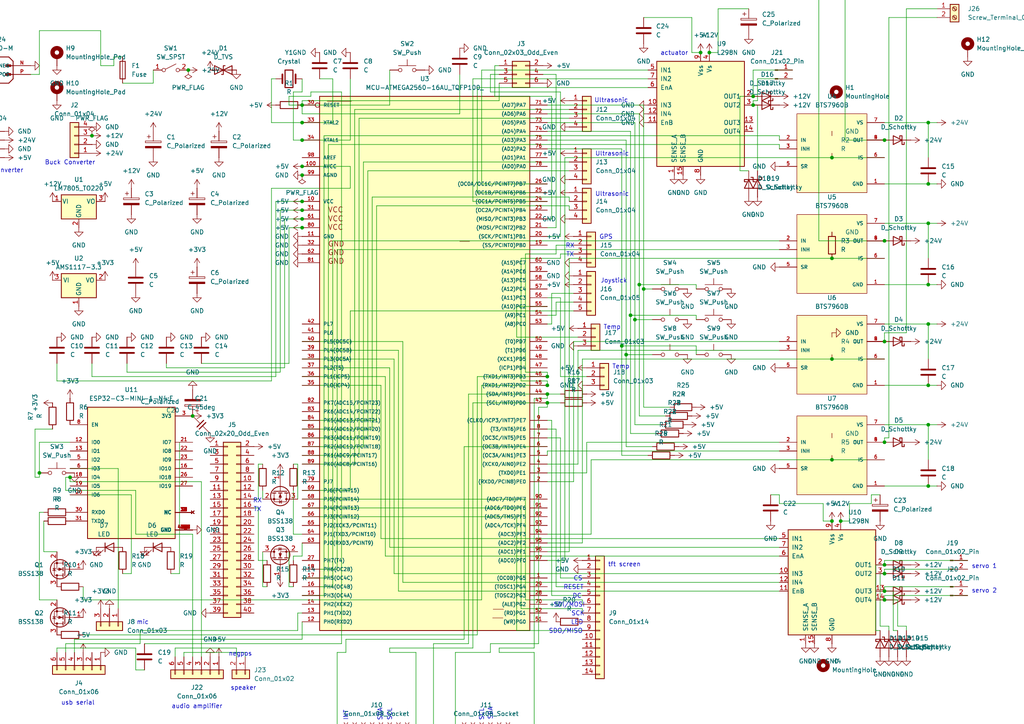
<source format=kicad_sch>
(kicad_sch (version 20250114) (generator "eeschema") (generator_version "9.0")
  (paper "A4")
  (text "SCL" (at 113.03 207.264 90) (effects (font (size 1.27 1.27))))
  (text "Buck Converter" (at 20.32 47.244 0) (effects (font (size 1.27 1.27))))
  (text "servo 2" (at 285.496 171.45 0) (effects (font (size 1.27 1.27))))
  (text "SCK" (at 167.64 178.054 0) (effects (font (size 1.27 1.27))))
  (text "speaker" (at 70.612 199.644 0) (effects (font (size 1.27 1.27))))
  (text "Temp" (at 180.086 106.426 0) (effects (font (size 1.27 1.27))))
  (text "SDO/MISO" (at 164.084 183.134 0) (effects (font (size 1.27 1.27))))
  (text "audio amplifier" (at 57.15 204.978 0) (effects (font (size 1.27 1.27))))
  (text "Ultrasonic" (at 177.546 44.704 0) (effects (font (size 1.27 1.27))))
  (text "LED" (at 167.386 180.594 0) (effects (font (size 1.27 1.27))))
  (text "mic" (at 41.402 180.594 0) (effects (font (size 1.27 1.27))))
  (text "TX" (at 165.354 73.914 0) (effects (font (size 1.27 1.27))))
  (text "TX" (at 74.676 147.828 0) (effects (font (size 1.27 1.27))))
  (text "SDI/MOSI" (at 165.1 175.514 0) (effects (font (size 1.27 1.27))))
  (text "SDA" (at 110.236 207.264 90) (effects (font (size 1.27 1.27))))
  (text "servo 1" (at 285.496 164.338 0) (effects (font (size 1.27 1.27))))
  (text "SDA" (at 142.24 207.01 90) (effects (font (size 1.27 1.27))))
  (text "INT" (at 100.33 207.518 90) (effects (font (size 1.27 1.27))))
  (text "RX" (at 74.676 145.288 0) (effects (font (size 1.27 1.27))))
  (text "usb serial" (at 22.606 203.962 0) (effects (font (size 1.27 1.27))))
  (text "GPS" (at 175.768 68.834 0) (effects (font (size 1.27 1.27))))
  (text "DC" (at 167.386 172.974 0) (effects (font (size 1.27 1.27))))
  (text "Buck Converter" (at -0.508 49.53 0) (effects (font (size 1.27 1.27))))
  (text "CS" (at 167.64 167.894 0) (effects (font (size 1.27 1.27))))
  (text "SCL" (at 139.7 207.264 90) (effects (font (size 1.27 1.27))))
  (text "Temp" (at 177.546 94.996 0) (effects (font (size 1.27 1.27))))
  (text "Joystick" (at 178.054 81.534 0) (effects (font (size 1.27 1.27))))
  (text "tft screen" (at 181.102 163.83 0) (effects (font (size 1.27 1.27))))
  (text "RESET" (at 166.37 170.434 0) (effects (font (size 1.27 1.27))))
  (text "RX" (at 165.354 71.374 0) (effects (font (size 1.27 1.27))))
  (text "MPU6050" (at 93.218 213.614 0) (effects (font (size 1.27 1.27))))
  (text "actuator" (at 195.58 15.494 0) (effects (font (size 1.27 1.27))))
  (text "neg" (at 68.072 189.738 0) (effects (font (size 1.27 1.27))))
  (text "Ultrasonic" (at 177.292 29.21 0) (effects (font (size 1.27 1.27))))
  (text "DS3231" (at 152.908 212.852 0) (effects (font (size 1.27 1.27))))
  (text "Ultrasonic" (at 177.546 56.388 0) (effects (font (size 1.27 1.27))))
  (text "pos" (at 71.374 189.738 0) (effects (font (size 1.27 1.27))))
  (junction (at 87.63 50.8))
  (junction (at 241.3 133.35))
  (junction (at 256.54 69.85))
  (junction (at 243.84 151.13))
  (junction (at 180.34 100.33))
  (junction (at 158.75 116.84))
  (junction (at 186.69 83.82))
  (junction (at 87.63 40.64))
  (junction (at 269.24 64.77))
  (junction (at 256.54 40.64))
  (junction (at 269.24 93.98))
  (junction (at 11.43 137.16))
  (junction (at 269.24 82.55))
  (junction (at 87.63 58.42))
  (junction (at 185.42 82.55))
  (junction (at 87.63 63.5))
  (junction (at 256.54 128.27))
  (junction (at 269.24 35.56))
  (junction (at 26.67 39.37))
  (junction (at 218.44 30.48))
  (junction (at 20.32 138.43))
  (junction (at 241.3 151.13))
  (junction (at 158.75 114.3))
  (junction (at 184.15 92.71))
  (junction (at 87.63 35.56))
  (junction (at 158.75 109.22))
  (junction (at 87.63 60.96))
  (junction (at 241.3 104.14))
  (junction (at 181.61 102.87))
  (junction (at 241.3 45.72))
  (junction (at 256.54 171.45))
  (junction (at 54.61 20.32))
  (junction (at 218.44 27.94))
  (junction (at 256.54 163.83))
  (junction (at 182.88 91.44))
  (junction (at 256.54 166.37))
  (junction (at 205.74 15.24))
  (junction (at 256.54 173.99))
  (junction (at 158.75 111.76))
  (junction (at 256.54 99.06))
  (junction (at 269.24 140.97))
  (junction (at 203.2 15.24))
  (junction (at 87.63 66.04))
  (junction (at 87.63 30.48))
  (junction (at 269.24 123.19))
  (junction (at 87.63 48.26))
  (junction (at 55.88 120.65))
  (junction (at 269.24 53.34))
  (junction (at 241.3 74.93))
  (junction (at 269.24 111.76))
  (wire (pts (xy 85.09 154.94) (xy 87.63 154.94)))
  (wire (pts (xy 139.7 173.99) (xy 139.7 111.76)))
  (wire (pts (xy 168.91 104.14) (xy 241.3 104.14)))
  (wire (pts (xy 139.7 53.34) (xy 158.75 53.34)))
  (wire (pts (xy 19.05 142.24) (xy 19.05 138.43)))
  (wire (pts (xy 262.89 96.52) (xy 256.54 96.52)))
  (wire (pts (xy 113.03 20.32) (xy 113.03 30.48)))
  (wire (pts (xy 255.27 181.61) (xy 255.27 166.37)))
  (wire (pts (xy 99.06 26.67) (xy 99.06 186.69)))
  (wire (pts (xy 29.21 19.05) (xy 29.21 8.89)))
  (wire (pts (xy 107.95 57.15) (xy 107.95 124.46)))
  (wire (pts (xy 226.06 146.05) (xy 238.76 146.05)))
  (wire (pts (xy 271.78 111.76) (xy 269.24 111.76)))
  (wire (pts (xy 269.24 93.98) (xy 269.24 104.14)))
  (wire (pts (xy 160.02 121.92) (xy 160.02 172.72)))
  (wire (pts (xy 74.93 134.62) (xy 76.2 134.62)))
  (wire (pts (xy 257.81 5.08) (xy 257.81 127)))
  (wire (pts (xy 226.06 40.64) (xy 226.06 39.37)))
  (wire (pts (xy 142.24 222.25) (xy 142.24 214.63)))
  (wire (pts (xy 158.75 118.11) (xy 158.75 116.84)))
  (wire (pts (xy 158.75 115.57) (xy 158.75 114.3)))
  (wire (pts (xy 166.37 71.12) (xy 161.29 71.12)))
  (wire (pts (xy 166.37 90.17) (xy 101.6 90.17)))
  (wire (pts (xy 97.79 189.23) (xy 100.33 189.23)))
  (wire (pts (xy 182.88 38.1) (xy 182.88 91.44)))
  (wire (pts (xy 105.41 46.99) (xy 105.41 129.54)))
  (wire (pts (xy 96.52 22.86) (xy 96.52 35.56)))
  (wire (pts (xy 137.16 116.84) (xy 137.16 187.96)))
  (wire (pts (xy 157.48 21.59) (xy 161.29 21.59)))
  (wire (pts (xy 101.6 142.24) (xy 87.63 142.24)))
  (wire (pts (xy 97.79 214.63) (xy 97.79 189.23)))
  (wire (pts (xy 87.63 149.86) (xy 149.86 149.86)))
  (wire (pts (xy 158.75 124.46) (xy 161.29 124.46)))
  (wire (pts (xy 171.45 133.35) (xy 241.3 133.35)))
  (wire (pts (xy 255.27 166.37) (xy 256.54 166.37)))
  (wire (pts (xy 269.24 35.56) (xy 256.54 35.56)))
  (wire (pts (xy 100.33 185.42) (xy 100.33 189.23)))
  (wire (pts (xy 256.54 162.56) (xy 256.54 163.83)))
  (wire (pts (xy 241.3 45.72) (xy 256.54 45.72)))
  (wire (pts (xy 115.57 101.6) (xy 115.57 171.45)))
  (wire (pts (xy 137.16 22.86) (xy 137.16 58.42)))
  (wire (pts (xy 165.1 59.69) (xy 109.22 59.69)))
  (wire (pts (xy 180.34 43.18) (xy 180.34 100.33)))
  (wire (pts (xy 15.24 124.46) (xy 10.16 124.46)))
  (wire (pts (xy 114.3 104.14) (xy 114.3 166.37)))
  (wire (pts (xy 11.43 173.99) (xy 16.51 173.99)))
  (wire (pts (xy 262.89 2.54) (xy 271.78 2.54)))
  (wire (pts (xy 158.75 154.94) (xy 171.45 154.94)))
  (wire (pts (xy 168.91 157.48) (xy 158.75 157.48)))
  (wire (pts (xy 165.1 74.93) (xy 165.1 160.02)))
  (wire (pts (xy 35.56 24.13) (xy 44.45 24.13)))
  (wire (pts (xy 85.09 161.29) (xy 87.63 161.29)))
  (wire (pts (xy 165.1 46.99) (xy 105.41 46.99)))
  (wire (pts (xy 35.56 166.37) (xy 38.1 166.37)))
  (wire (pts (xy 135.89 186.69) (xy 125.73 186.69)))
  (wire (pts (xy 116.84 99.06) (xy 87.63 99.06)))
  (wire (pts (xy 82.55 63.5) (xy 87.63 63.5)))
  (wire (pts (xy 158.75 127) (xy 162.56 127)))
  (wire (pts (xy 165.1 31.75) (xy 102.87 31.75)))
  (wire (pts (xy 165.1 49.53) (xy 106.68 49.53)))
  (wire (pts (xy 144.78 187.96) (xy 154.94 187.96)))
  (wire (pts (xy 226.06 171.45) (xy 115.57 171.45)))
  (wire (pts (xy 111.76 109.22) (xy 111.76 161.29)))
  (wire (pts (xy 237.49 69.85) (xy 256.54 69.85)))
  (wire (pts (xy 185.42 33.02) (xy 185.42 82.55)))
  (wire (pts (xy 165.1 34.29) (xy 104.14 34.29)))
  (wire (pts (xy 82.55 106.68) (xy 82.55 63.5)))
  (wire (pts (xy 256.54 127) (xy 256.54 128.27)))
  (wire (pts (xy 170.18 109.22) (xy 162.56 109.22)))
  (wire (pts (xy 229.87 22.86) (xy 219.71 22.86)))
  (wire (pts (xy 162.56 74.93) (xy 151.13 74.93)))
  (wire (pts (xy 181.61 102.87) (xy 189.23 102.87)))
  (wire (pts (xy 139.7 20.32) (xy 139.7 53.34)))
  (wire (pts (xy 158.75 116.84) (xy 162.56 116.84)))
  (wire (pts (xy 241.3 133.35) (xy 256.54 133.35)))
  (wire (pts (xy 87.63 35.56) (xy 96.52 35.56)))
  (wire (pts (xy 38.1 166.37) (xy 38.1 143.51)))
  (wire (pts (xy 90.17 26.67) (xy 90.17 27.94)))
  (wire (pts (xy 19.05 186.69) (xy 40.64 186.69)))
  (wire (pts (xy 271.78 53.34) (xy 269.24 53.34)))
  (wire (pts (xy 161.29 73.66) (xy 152.4 73.66)))
  (wire (pts (xy 113.03 189.23) (xy 120.65 189.23)))
  (wire (pts (xy 102.87 31.75) (xy 102.87 134.62)))
  (wire (pts (xy 107.95 57.15) (xy 165.1 57.15)))
  (wire (pts (xy 10.16 138.43) (xy 11.43 138.43)))
  (wire (pts (xy 162.56 86.36) (xy 158.75 86.36)))
  (wire (pts (xy 125.73 186.69) (xy 125.73 224.79)))
  (wire (pts (xy 40.64 182.88) (xy 86.36 182.88)))
  (wire (pts (xy 226.06 156.21) (xy 110.49 156.21)))
  (wire (pts (xy 257.81 182.88) (xy 257.81 181.61)))
  (wire (pts (xy 86.36 144.78) (xy 86.36 134.62)))
  (wire (pts (xy 29.21 8.89) (xy 11.43 8.89)))
  (wire (pts (xy 96.52 170.18) (xy 87.63 170.18)))
  (wire (pts (xy 256.54 170.18) (xy 256.54 171.45)))
  (wire (pts (xy 269.24 111.76) (xy 256.54 111.76)))
  (wire (pts (xy 113.03 106.68) (xy 87.63 106.68)))
  (wire (pts (xy 185.42 82.55) (xy 201.93 82.55)))
  (wire (pts (xy 139.7 111.76) (xy 158.75 111.76)))
  (wire (pts (xy 214.63 27.94) (xy 218.44 27.94)))
  (wire (pts (xy 33.02 16.51) (xy 35.56 16.51)))
  (wire (pts (xy 186.69 83.82) (xy 189.23 83.82)))
  (wire (pts (xy 120.65 189.23) (xy 120.65 222.25)))
  (wire (pts (xy 113.03 187.96) (xy 113.03 189.23)))
  (wire (pts (xy 256.54 172.72) (xy 256.54 173.99)))
  (wire (pts (xy 158.75 35.56) (xy 184.15 35.56)))
  (wire (pts (xy 87.63 40.64) (xy 101.6 40.64)))
  (wire (pts (xy 52.07 128.27) (xy 52.07 166.37)))
  (wire (pts (xy 83.82 66.04) (xy 87.63 66.04)))
  (wire (pts (xy 113.03 214.63) (xy 113.03 222.25)))
  (wire (pts (xy 101.6 48.26) (xy 87.63 48.26)))
  (wire (pts (xy 68.58 187.96) (xy 68.58 190.5)))
  (wire (pts (xy 260.35 173.99) (xy 256.54 173.99)))
  (wire (pts (xy 180.34 100.33) (xy 201.93 100.33)))
  (wire (pts (xy 93.98 39.37) (xy 93.98 172.72)))
  (wire (pts (xy 217.17 49.53) (xy 214.63 49.53)))
  (wire (pts (xy 39.37 194.31) (xy 41.91 194.31)))
  (wire (pts (xy 85.09 162.56) (xy 85.09 161.29)))
  (wire (pts (xy 125.73 224.79) (xy 110.49 224.79)))
  (wire (pts (xy 86.36 182.88) (xy 86.36 177.8)))
  (wire (pts (xy 76.2 170.18) (xy 76.2 160.02)))
  (wire (pts (xy 184.15 35.56) (xy 184.15 92.71)))
  (wire (pts (xy 109.22 121.92) (xy 87.63 121.92)))
  (wire (pts (xy 34.29 176.53) (xy 34.29 135.89)))
  (wire (pts (xy 142.24 186.69) (xy 156.21 186.69)))
  (wire (pts (xy 171.45 133.35) (xy 171.45 154.94)))
  (wire (pts (xy 20.32 139.7) (xy 20.32 138.43)))
  (wire (pts (xy 97.79 72.39) (xy 97.79 165.1)))
  (wire (pts (xy 152.4 144.78) (xy 152.4 173.99)))
  (wire (pts (xy 165.1 60.96) (xy 165.1 59.69)))
  (wire (pts (xy 238.76 146.05) (xy 238.76 151.13)))
  (wire (pts (xy 160.02 27.94) (xy 143.51 27.94)))
  (wire (pts (xy 200.66 5.08) (xy 200.66 15.24)))
  (wire (pts (xy 168.91 104.14) (xy 168.91 157.48)))
  (wire (pts (xy 158.75 63.5) (xy 160.02 63.5)))
  (wire (pts (xy 111.76 109.22) (xy 87.63 109.22)))
  (wire (pts (xy 181.61 102.87) (xy 181.61 129.54)))
  (wire (pts (xy 167.64 134.62) (xy 158.75 134.62)))
  (wire (pts (xy 106.68 127) (xy 87.63 127)))
  (wire (pts (xy 116.84 99.06) (xy 116.84 168.91)))
  (wire (pts (xy 154.94 115.57) (xy 158.75 115.57)))
  (wire (pts (xy 271.78 140.97) (xy 269.24 140.97)))
  (wire (pts (xy 80.01 109.22) (xy 80.01 58.42)))
  (wire (pts (xy 55.88 154.94) (xy 39.37 154.94)))
  (wire (pts (xy 208.28 2.54) (xy 208.28 15.24)))
  (wire (pts (xy 271.78 35.56) (xy 269.24 35.56)))
  (wire (pts (xy 254 163.83) (xy 256.54 163.83)))
  (wire (pts (xy 87.63 172.72) (xy 93.98 172.72)))
  (wire (pts (xy 138.43 25.4) (xy 138.43 55.88)))
  (wire (pts (xy 252.73 143.51) (xy 255.27 143.51)))
  (wire (pts (xy 11.43 128.27) (xy 11.43 137.16)))
  (wire (pts (xy 142.24 186.69) (xy 142.24 189.23)))
  (wire (pts (xy 16.51 110.49) (xy 78.74 110.49)))
  (wire (pts (xy 138.43 109.22) (xy 158.75 109.22)))
  (wire (pts (xy 162.56 127) (xy 162.56 167.64)))
  (wire (pts (xy 158.75 68.58) (xy 162.56 68.58)))
  (wire (pts (xy 110.49 111.76) (xy 110.49 156.21)))
  (wire (pts (xy 160.02 85.09) (xy 160.02 93.98)))
  (wire (pts (xy 165.1 58.42) (xy 165.1 57.15)))
  (wire (pts (xy 256.54 96.52) (xy 256.54 99.06)))
  (wire (pts (xy 161.29 170.18) (xy 168.91 170.18)))
  (wire (pts (xy 184.15 123.19) (xy 184.15 92.71)))
  (wire (pts (xy 160.02 93.98) (xy 158.75 93.98)))
  (wire (pts (xy 170.18 128.27) (xy 170.18 137.16)))
  (wire (pts (xy 44.45 24.13) (xy 44.45 20.32)))
  (wire (pts (xy 161.29 124.46) (xy 161.29 170.18)))
  (wire (pts (xy 152.4 107.95) (xy 158.75 107.95)))
  (wire (pts (xy 269.24 93.98) (xy 256.54 93.98)))
  (wire (pts (xy 182.88 125.73) (xy 182.88 91.44)))
  (wire (pts (xy 168.91 182.88) (xy 149.86 182.88)))
  (wire (pts (xy 132.08 217.17) (xy 139.7 217.17)))
  (wire (pts (xy 161.29 66.04) (xy 161.29 21.59)))
  (wire (pts (xy 115.57 101.6) (xy 87.63 101.6)))
  (wire (pts (xy 262.89 181.61) (xy 260.35 181.61)))
  (wire (pts (xy 161.29 91.44) (xy 158.75 91.44)))
  (wire (pts (xy 186.69 5.08) (xy 200.66 5.08)))
  (wire (pts (xy 152.4 73.66) (xy 152.4 107.95)))
  (wire (pts (xy 161.29 87.63) (xy 161.29 91.44)))
  (wire (pts (xy 120.65 222.25) (xy 113.03 222.25)))
  (wire (pts (xy 166.37 85.09) (xy 160.02 85.09)))
  (wire (pts (xy 90.17 27.94) (xy 83.82 27.94)))
  (wire (pts (xy 158.75 110.49) (xy 158.75 111.76)))
  (wire (pts (xy 144.78 189.23) (xy 154.94 189.23)))
  (wire (pts (xy 12.7 160.02) (xy 16.51 160.02)))
  (wire (pts (xy 87.63 147.32) (xy 151.13 147.32)))
  (wire (pts (xy 158.75 116.84) (xy 137.16 116.84)))
  (wire (pts (xy 33.02 19.05) (xy 33.02 16.51)))
  (wire (pts (xy 226.06 43.18) (xy 226.06 41.91)))
  (wire (pts (xy 135.89 114.3) (xy 135.89 186.69)))
  (wire (pts (xy 166.37 73.66) (xy 162.56 73.66)))
  (wire (pts (xy 158.75 114.3) (xy 162.56 114.3)))
  (wire (pts (xy 81.28 107.95) (xy 81.28 60.96)))
  (wire (pts (xy 85.09 142.24) (xy 85.09 154.94)))
  (wire (pts (xy 280.67 170.18) (xy 256.54 170.18)))
  (wire (pts (xy 160.02 172.72) (xy 168.91 172.72)))
  (wire (pts (xy 133.35 33.02) (xy 87.63 33.02)))
  (wire (pts (xy 158.75 30.48) (xy 186.69 30.48)))
  (wire (pts (xy 87.63 185.42) (xy 87.63 180.34)))
  (wire (pts (xy 271.78 64.77) (xy 269.24 64.77)))
  (wire (pts (xy 58.42 190.5) (xy 58.42 139.7)))
  (wire (pts (xy 137.16 187.96) (xy 113.03 187.96)))
  (wire (pts (xy 92.71 22.86) (xy 96.52 22.86)))
  (wire (pts (xy 154.94 222.25) (xy 142.24 222.25)))
  (wire (pts (xy 158.75 107.95) (xy 158.75 109.22)))
  (wire (pts (xy 87.63 30.48) (xy 113.03 30.48)))
  (wire (pts (xy 158.75 38.1) (xy 182.88 38.1)))
  (wire (pts (xy 158.75 130.81) (xy 158.75 132.08)))
  (wire (pts (xy 36.83 105.41) (xy 36.83 107.95)))
  (wire (pts (xy 76.2 142.24) (xy 76.2 144.78)))
  (wire (pts (xy 86.36 177.8) (xy 87.63 177.8)))
  (wire (pts (xy 33.02 19.05) (xy 29.21 19.05)))
  (wire (pts (xy 219.71 22.86) (xy 219.71 29.21)))
  (wire (pts (xy 187.96 22.86) (xy 137.16 22.86)))
  (wire (pts (xy 11.43 21.59) (xy 8.89 21.59)))
  (wire (pts (xy 11.43 8.89) (xy 11.43 21.59)))
  (wire (pts (xy 87.63 26.67) (xy 87.63 22.86)))
  (wire (pts (xy 245.11 -8.89) (xy 245.11 40.64)))
  (wire (pts (xy 162.56 68.58) (xy 162.56 26.67)))
  (wire (pts (xy 16.51 187.96) (xy 16.51 189.23)))
  (wire (pts (xy 78.74 110.49) (xy 78.74 54.61)))
  (wire (pts (xy 226.06 99.06) (xy 166.37 99.06)))
  (wire (pts (xy 16.51 187.96) (xy 39.37 187.96)))
  (wire (pts (xy 201.93 100.33) (xy 201.93 102.87)))
  (wire (pts (xy 180.34 132.08) (xy 187.96 132.08)))
  (wire (pts (xy 229.87 20.32) (xy 218.44 20.32)))
  (wire (pts (xy 19.05 138.43) (xy 20.32 138.43)))
  (wire (pts (xy 269.24 140.97) (xy 256.54 140.97)))
  (wire (pts (xy 104.14 34.29) (xy 104.14 132.08)))
  (wire (pts (xy 96.52 69.85) (xy 96.52 170.18)))
  (wire (pts (xy 11.43 138.43) (xy 11.43 137.16)))
  (wire (pts (xy 186.69 30.48) (xy 186.69 83.82)))
  (wire (pts (xy 241.3 104.14) (xy 256.54 104.14)))
  (wire (pts (xy 226.06 39.37) (xy 93.98 39.37)))
  (wire (pts (xy 149.86 182.88) (xy 149.86 149.86)))
  (wire (pts (xy 218.44 29.21) (xy 218.44 30.48)))
  (wire (pts (xy 87.63 157.48) (xy 87.63 161.29)))
  (wire (pts (xy 269.24 35.56) (xy 269.24 45.72)))
  (wire (pts (xy 165.1 160.02) (xy 158.75 160.02)))
  (wire (pts (xy 12.7 151.13) (xy 12.7 160.02)))
  (wire (pts (xy 85.09 26.67) (xy 87.63 26.67)))
  (wire (pts (xy 218.44 20.32) (xy 218.44 27.94)))
  (wire (pts (xy 151.13 110.49) (xy 158.75 110.49)))
  (wire (pts (xy 133.35 21.59) (xy 133.35 33.02)))
  (wire (pts (xy 158.75 66.04) (xy 161.29 66.04)))
  (wire (pts (xy 245.11 40.64) (xy 256.54 40.64)))
  (wire (pts (xy 48.26 105.41) (xy 48.26 106.68)))
  (wire (pts (xy 113.03 158.75) (xy 226.06 158.75)))
  (wire (pts (xy 280.67 172.72) (xy 256.54 172.72)))
  (wire (pts (xy 238.76 151.13) (xy 241.3 151.13)))
  (wire (pts (xy 241.3 74.93) (xy 256.54 74.93)))
  (wire (pts (xy 110.49 214.63) (xy 110.49 224.79)))
  (wire (pts (xy 114.3 104.14) (xy 87.63 104.14)))
  (wire (pts (xy 81.28 60.96) (xy 87.63 60.96)))
  (wire (pts (xy 21.59 185.42) (xy 21.59 189.23)))
  (wire (pts (xy 154.94 189.23) (xy 154.94 222.25)))
  (wire (pts (xy 11.43 148.59) (xy 11.43 173.99)))
  (wire (pts (xy 149.86 97.79) (xy 149.86 88.9)))
  (wire (pts (xy 208.28 15.24) (xy 205.74 15.24)))
  (wire (pts (xy 280.67 165.1) (xy 256.54 165.1)))
  (wire (pts (xy 71.12 189.23) (xy 71.12 190.5)))
  (wire (pts (xy 143.51 27.94) (xy 143.51 19.05)))
  (wire (pts (xy 254 182.88) (xy 254 163.83)))
  (wire (pts (xy 162.56 73.66) (xy 162.56 74.93)))
  (wire (pts (xy 269.24 123.19) (xy 256.54 123.19)))
  (wire (pts (xy 142.24 21.59) (xy 144.78 21.59)))
  (wire (pts (xy 181.61 129.54) (xy 189.23 129.54)))
  (wire (pts (xy 163.83 162.56) (xy 158.75 162.56)))
  (wire (pts (xy 151.13 74.93) (xy 151.13 110.49)))
  (wire (pts (xy 34.29 135.89) (xy 20.32 135.89)))
  (wire (pts (xy 184.15 92.71) (xy 189.23 92.71)))
  (wire (pts (xy 158.75 121.92) (xy 160.02 121.92)))
  (wire (pts (xy 38.1 143.51) (xy 20.32 143.51)))
  (wire (pts (xy 158.75 40.64) (xy 181.61 40.64)))
  (wire (pts (xy 166.37 139.7) (xy 158.75 139.7)))
  (wire (pts (xy 50.8 190.5) (xy 50.8 187.96)))
  (wire (pts (xy 262.89 2.54) (xy 262.89 96.52)))
  (wire (pts (xy 271.78 123.19) (xy 269.24 123.19)))
  (wire (pts (xy 158.75 114.3) (xy 135.89 114.3)))
  (wire (pts (xy 163.83 45.72) (xy 163.83 162.56)))
  (wire (pts (xy 223.52 143.51) (xy 226.06 143.51)))
  (wire (pts (xy 181.61 40.64) (xy 181.61 102.87)))
  (wire (pts (xy 142.24 189.23) (xy 132.08 189.23)))
  (wire (pts (xy 80.01 58.42) (xy 87.63 58.42)))
  (wire (pts (xy 74.93 144.78) (xy 74.93 134.62)))
  (wire (pts (xy 182.88 125.73) (xy 190.5 125.73)))
  (wire (pts (xy 260.35 181.61) (xy 260.35 173.99)))
  (wire (pts (xy 74.93 147.32) (xy 73.66 147.32)))
  (wire (pts (xy 78.74 35.56) (xy 87.63 35.56)))
  (wire (pts (xy 158.75 130.81) (xy 226.06 130.81)))
  (wire (pts (xy 78.74 22.86) (xy 80.01 22.86)))
  (wire (pts (xy 218.44 30.48) (xy 219.71 30.48)))
  (wire (pts (xy 271.78 93.98) (xy 269.24 93.98)))
  (wire (pts (xy 158.75 33.02) (xy 185.42 33.02)))
  (wire (pts (xy 107.95 124.46) (xy 87.63 124.46)))
  (wire (pts (xy 254 182.88) (xy 255.27 182.88)))
  (wire (pts (xy 180.34 132.08) (xy 180.34 100.33)))
  (wire (pts (xy 78.74 35.56) (xy 78.74 22.86)))
  (wire (pts (xy 52.07 128.27) (xy 55.88 128.27)))
  (wire (pts (xy 87.63 29.21) (xy 144.78 29.21)))
  (wire (pts (xy 226.06 146.05) (xy 226.06 143.51)))
  (wire (pts (xy 10.16 124.46) (xy 10.16 138.43)))
  (wire (pts (xy 24.13 173.99) (xy 139.7 173.99)))
  (wire (pts (xy 83.82 27.94) (xy 83.82 30.48)))
  (wire (pts (xy 50.8 187.96) (xy 68.58 187.96)))
  (wire (pts (xy 138.43 184.15) (xy 138.43 109.22)))
  (wire (pts (xy 168.91 173.99) (xy 168.91 175.26)))
  (wire (pts (xy 219.71 30.48) (xy 219.71 49.53)))
  (wire (pts (xy 87.63 134.62) (xy 102.87 134.62)))
  (wire (pts (xy 167.64 97.79) (xy 149.86 97.79)))
  (wire (pts (xy 184.15 123.19) (xy 191.77 123.19)))
  (wire (pts (xy 83.82 170.18) (xy 83.82 160.02)))
  (wire (pts (xy 87.63 30.48) (xy 87.63 29.21)))
  (wire (pts (xy 101.6 90.17) (xy 101.6 142.24)))
  (wire (pts (xy 53.34 189.23) (xy 71.12 189.23)))
  (wire (pts (xy 58.42 139.7) (xy 20.32 139.7)))
  (wire (pts (xy 73.66 144.78) (xy 74.93 144.78)))
  (wire (pts (xy 134.62 185.42) (xy 100.33 185.42)))
  (wire (pts (xy 269.24 53.34) (xy 256.54 53.34)))
  (wire (pts (xy 162.56 167.64) (xy 168.91 167.64)))
  (wire (pts (xy 246.38 146.05) (xy 246.38 151.13)))
  (wire (pts (xy 201.93 82.55) (xy 201.93 83.82)))
  (wire (pts (xy 226.06 41.91) (xy 95.25 41.91)))
  (wire (pts (xy 156.21 186.69) (xy 156.21 118.11)))
  (wire (pts (xy 101.6 22.86) (xy 101.6 40.64)))
  (wire (pts (xy 48.26 106.68) (xy 82.55 106.68)))
  (wire (pts (xy 237.49 -6.35) (xy 237.49 69.85)))
  (wire (pts (xy 226.06 168.91) (xy 116.84 168.91)))
  (wire (pts (xy 83.82 105.41) (xy 83.82 66.04)))
  (wire (pts (xy 95.25 41.91) (xy 95.25 167.64)))
  (wire (pts (xy 106.68 49.53) (xy 106.68 127)))
  (wire (pts (xy 219.71 29.21) (xy 218.44 29.21)))
  (wire (pts (xy 151.13 147.32) (xy 151.13 176.53)))
  (wire (pts (xy 142.24 26.67) (xy 142.24 21.59)))
  (wire (pts (xy 39.37 142.24) (xy 19.05 142.24)))
  (wire (pts (xy 269.24 123.19) (xy 269.24 133.35)))
  (wire (pts (xy 85.09 170.18) (xy 83.82 170.18)))
  (wire (pts (xy 24.13 170.18) (xy 24.13 173.99)))
  (wire (pts (xy 271.78 82.55) (xy 269.24 82.55)))
  (wire (pts (xy 134.62 129.54) (xy 134.62 185.42)))
  (wire (pts (xy 77.47 170.18) (xy 76.2 170.18)))
  (wire (pts (xy 226.06 161.29) (xy 111.76 161.29)))
  (wire (pts (xy 16.51 105.41) (xy 16.51 110.49)))
  (wire (pts (xy 19.05 189.23) (xy 19.05 186.69)))
  (wire (pts (xy 185.42 120.65) (xy 185.42 82.55)))
  (wire (pts (xy 226.06 72.39) (xy 97.79 72.39)))
  (wire (pts (xy 257.81 5.08) (xy 271.78 5.08)))
  (wire (pts (xy 154.94 187.96) (xy 154.94 115.57)))
  (wire (pts (xy 26.67 109.22) (xy 80.01 109.22)))
  (wire (pts (xy 144.78 189.23) (xy 144.78 187.96)))
  (wire (pts (xy 137.16 58.42) (xy 158.75 58.42)))
  (wire (pts (xy 39.37 154.94) (xy 39.37 142.24)))
  (wire (pts (xy 83.82 30.48) (xy 87.63 30.48)))
  (wire (pts (xy 160.02 63.5) (xy 160.02 27.94)))
  (wire (pts (xy 280.67 162.56) (xy 256.54 162.56)))
  (wire (pts (xy 165.1 74.93) (xy 241.3 74.93)))
  (wire (pts (xy 21.59 185.42) (xy 87.63 185.42)))
  (wire (pts (xy 262.89 182.88) (xy 262.89 181.61)))
  (wire (pts (xy 132.08 189.23) (xy 132.08 217.17)))
  (wire (pts (xy 269.24 64.77) (xy 269.24 74.93)))
  (wire (pts (xy 99.06 26.67) (xy 90.17 26.67)))
  (wire (pts (xy 138.43 55.88) (xy 158.75 55.88)))
  (wire (pts (xy 170.18 128.27) (xy 226.06 128.27)))
  (wire (pts (xy 36.83 107.95) (xy 81.28 107.95)))
  (wire (pts (xy 11.43 128.27) (xy 20.32 128.27)))
  (wire (pts (xy 252.73 146.05) (xy 246.38 146.05)))
  (wire (pts (xy 39.37 187.96) (xy 39.37 194.31)))
  (wire (pts (xy 185.42 120.65) (xy 193.04 120.65)))
  (wire (pts (xy 246.38 151.13) (xy 243.84 151.13)))
  (wire (pts (xy 187.96 20.32) (xy 139.7 20.32)))
  (wire (pts (xy 95.25 167.64) (xy 87.63 167.64)))
  (wire (pts (xy 156.21 118.11) (xy 158.75 118.11)))
  (wire (pts (xy 97.79 165.1) (xy 87.63 165.1)))
  (wire (pts (xy 269.24 64.77) (xy 256.54 64.77)))
  (wire (pts (xy 85.09 40.64) (xy 85.09 26.67)))
  (wire (pts (xy 139.7 217.17) (xy 139.7 214.63)))
  (wire (pts (xy 77.47 162.56) (xy 74.93 162.56)))
  (wire (pts (xy 12.7 148.59) (xy 11.43 148.59)))
  (wire (pts (xy 162.56 109.22) (xy 162.56 86.36)))
  (wire (pts (xy 182.88 91.44) (xy 201.93 91.44)))
  (wire (pts (xy 87.63 30.48) (xy 87.63 33.02)))
  (wire (pts (xy 152.4 144.78) (xy 87.63 144.78)))
  (wire (pts (xy 53.34 190.5) (xy 53.34 189.23)))
  (wire (pts (xy 217.17 2.54) (xy 208.28 2.54)))
  (wire (pts (xy 161.29 71.12) (xy 161.29 73.66)))
  (wire (pts (xy 149.86 88.9) (xy 158.75 88.9)))
  (wire (pts (xy 101.6 54.61) (xy 101.6 48.26)))
  (wire (pts (xy 245.11 -8.89) (xy 251.46 -8.89)))
  (wire (pts (xy 259.08 182.88) (xy 259.08 171.45)))
  (wire (pts (xy 100.33 214.63) (xy 97.79 214.63)))
  (wire (pts (xy 256.54 165.1) (xy 256.54 166.37)))
  (wire (pts (xy 200.66 15.24) (xy 203.2 15.24)))
  (wire (pts (xy 78.74 54.61) (xy 101.6 54.61)))
  (wire (pts (xy 83.82 160.02) (xy 86.36 160.02)))
  (wire (pts (xy 58.42 105.41) (xy 83.82 105.41)))
  (wire (pts (xy 168.91 176.53) (xy 168.91 177.8)))
  (wire (pts (xy 187.96 25.4) (xy 138.43 25.4)))
  (wire (pts (xy 85.09 134.62) (xy 86.36 134.62)))
  (wire (pts (xy 166.37 87.63) (xy 161.29 87.63)))
  (wire (pts (xy 158.75 129.54) (xy 134.62 129.54)))
  (wire (pts (xy 144.78 29.21) (xy 144.78 24.13)))
  (wire (pts (xy 257.81 127) (xy 256.54 127)))
  (wire (pts (xy 49.53 166.37) (xy 52.07 166.37)))
  (wire (pts (xy 214.63 49.53) (xy 214.63 27.94)))
  (wire (pts (xy 170.18 137.16) (xy 158.75 137.16)))
  (wire (pts (xy 110.49 111.76) (xy 87.63 111.76)))
  (wire (pts (xy 186.69 118.11) (xy 186.69 83.82)))
  (wire (pts (xy 166.37 99.06) (xy 166.37 139.7)))
  (wire (pts (xy 55.88 190.5) (xy 55.88 154.94)))
  (wire (pts (xy 226.06 101.6) (xy 167.64 101.6)))
  (wire (pts (xy 269.24 82.55) (xy 256.54 82.55)))
  (wire (pts (xy 96.52 69.85) (xy 226.06 69.85)))
  (wire (pts (xy 87.63 40.64) (xy 85.09 40.64)))
  (wire (pts (xy 24.13 184.15) (xy 138.43 184.15)))
  (wire (pts (xy 201.93 91.44) (xy 201.93 92.71)))
  (wire (pts (xy 109.22 59.69) (xy 109.22 121.92)))
  (wire (pts (xy 105.41 129.54) (xy 87.63 129.54)))
  (wire (pts (xy 74.93 162.56) (xy 74.93 147.32)))
  (wire (pts (xy 167.64 101.6) (xy 167.64 134.62)))
  (wire (pts (xy 151.13 176.53) (xy 168.91 176.53)))
  (wire (pts (xy 162.56 26.67) (xy 142.24 26.67)))
  (wire (pts (xy 104.14 132.08) (xy 87.63 132.08)))
  (wire (pts (xy 252.73 146.05) (xy 252.73 143.51)))
  (wire (pts (xy 41.91 186.69) (xy 99.06 186.69)))
  (wire (pts (xy 237.49 -6.35) (xy 251.46 -6.35)))
  (wire (pts (xy 186.69 118.11) (xy 194.31 118.11)))
  (wire (pts (xy 259.08 171.45) (xy 256.54 171.45)))
  (wire (pts (xy 40.64 186.69) (xy 40.64 182.88)))
  (wire (pts (xy 113.03 158.75) (xy 113.03 106.68)))
  (wire (pts (xy 158.75 43.18) (xy 180.34 43.18)))
  (wire (pts (xy 260.35 182.88) (xy 259.08 182.88)))
  (wire (pts (xy 226.06 166.37) (xy 114.3 166.37)))
  (wire (pts (xy 257.81 181.61) (xy 255.27 181.61)))
  (wire (pts (xy 26.67 105.41) (xy 26.67 109.22)))
  (wire (pts (xy 143.51 19.05) (xy 144.78 19.05)))
  (wire (pts (xy 152.4 173.99) (xy 168.91 173.99)))
  (wire (pts (xy 163.83 45.72) (xy 241.3 45.72)))
  (symbol (lib_id "power:GND") (at 255.27 -13.97 0) (unit 1)
    (property "Reference" "#PWR085" (effects (hide yes)))
    (property "Value" "GND" (at 255.27 -7.62 0))
    (property "Description" "Power symbol creates a global label with name \"GND\" , ground" (effects (hide yes)))
  )
  (symbol (lib_id "Connector_Generic:Conn_02x20_Odd_Even") (at 66.04 152.4 0) (unit 1)
    (property "Reference" "J5" (at 67.31 123.19 0))
    (property "Value" "Conn_02x20_Odd_Even" (at 67.31 125.73 0))
    (property "Footprint" "Connector_Harwin:Harwin_M20-7812045_2x20_P2.54mm_Vertical" (effects (hide yes)))
    (property "Description" "Generic connector, double row, 02x20, odd/even pin numbering scheme (row 1 odd numbers, row 2 even numbers), script generated (kicad-library-utils/schlib/autogen/connector/)" (effects (hide yes)))
  )
  (symbol (lib_id "power:GND") (at 257.81 190.5 0) (unit 1)
    (property "Reference" "#PWR0125" (effects (hide yes)))
    (property "Value" "GND" (at 257.81 195.58 0))
    (property "Description" "Power symbol creates a global label with name \"GND\" , ground" (effects (hide yes)))
  )
  (symbol (lib_id "power:GND") (at 16.51 29.21 0) (unit 1)
    (property "Reference" "#PWR084" (effects (hide yes)))
    (property "Value" "GND" (at 16.51 34.29 0))
    (property "Description" "Power symbol creates a global label with name \"GND\" , ground" (effects (hide yes)))
  )
  (symbol (lib_id "power:+5V") (at 87.63 63.5 90) (unit 1)
    (property "Reference" "#PWR029" (effects (hide yes)))
    (property "Value" "+5V" (at 83.82 63.4999 90) (effects (justify left)))
    (property "Description" "Power symbol creates a global label with name \"+5V\"" (effects (hide yes)))
  )
  (symbol (lib_id "Device:C_Polarized") (at 44.45 41.91 0) (unit 1)
    (property "Reference" "C1" (at 48.26 39.7509 0) (effects (justify left)))
    (property "Value" "C_Polarized" (at 48.26 42.2909 0) (effects (justify left)))
    (property "Footprint" "Capacitor_THT:CP_Radial_D5.0mm_P2.50mm" (effects (hide yes)))
    (property "Description" "Polarized capacitor" (effects (hide yes)))
  )
  (symbol (lib_id "Mechanical:MountingHole_Pad") (at -8.89 228.6 0) (unit 1) (in_bom no)
    (property "Reference" "H8" (at -6.35 226.0599 0) (effects (justify left)))
    (property "Value" "MountingHole_Pad" (at -6.35 228.5999 0) (effects (justify left)))
    (property "Footprint" "MountingHole:MountingHole_3.2mm_M3_Pad" (effects (hide yes)))
    (property "Description" "Mounting Hole with connection" (effects (hide yes)))
  )
  (symbol (lib_id "Device:LED") (at 45.72 158.75 0) (unit 1)
    (property "Reference" "D6" (at 44.1325 152.4 0))
    (property "Value" "LED" (at 44.1325 154.94 0))
    (property "Footprint" "LED_THT:LED_D5.0mm" (effects (hide yes)))
    (property "Description" "Light emitting diode" (effects (hide yes)))
    (property "Sim.Pins" "1=K 2=A" (effects (hide yes)))
  )
  (symbol (lib_id "Device:D_Schottky") (at 255.27 186.69 270) (unit 1)
    (property "Reference" "D12" (at 257.81 185.1024 90) (effects (justify left)))
    (property "Value" "D_Schottky" (at 257.81 187.6424 90) (effects (justify left)))
    (property "Footprint" "Diode_SMD:D_SMA" (effects (hide yes)))
    (property "Description" "Schottky diode" (effects (hide yes)))
  )
  (symbol (lib_id "power:GND") (at 102.87 214.63 0) (unit 1)
    (property "Reference" "#PWR0160" (effects (hide yes)))
    (property "Value" "GND" (at 102.87 219.71 0))
    (property "Description" "Power symbol creates a global label with name \"GND\" , ground" (effects (hide yes)))
  )
  (symbol (lib_id "Connector:Conn_01x06_Socket") (at 139.7 209.55 90) (unit 1)
    (property "Reference" "J11" (at 140.97 204.47 90))
    (property "Value" "Conn_01x06_Socket" (at 140.97 207.01 90))
    (property "Footprint" "Connector_PinSocket_2.54mm:PinSocket_1x06_P2.54mm_Vertical_SMD_Pin1Left" (effects (hide yes)))
    (property "Description" "Generic connector, single row, 01x06, script generated" (effects (hide yes)))
  )
  (symbol (lib_id "Device:LED") (at 31.75 158.75 0) (unit 1)
    (property "Reference" "D7" (at 30.1625 152.4 0))
    (property "Value" "LED" (at 30.1625 154.94 0))
    (property "Footprint" "LED_THT:LED_D5.0mm" (effects (hide yes)))
    (property "Description" "Light emitting diode" (effects (hide yes)))
    (property "Sim.Pins" "1=K 2=A" (effects (hide yes)))
  )
  (symbol (lib_id "power:+5V") (at 195.58 132.08 270) (unit 1)
    (property "Reference" "#PWR0141" (effects (hide yes)))
    (property "Value" "+5V" (at 199.39 132.0799 90) (effects (justify left)))
    (property "Description" "Power symbol creates a global label with name \"+5V\"" (effects (hide yes)))
  )
  (symbol (lib_id "power:+12V") (at 226.06 30.48 270) (unit 1)
    (property "Reference" "#PWR0135" (effects (hide yes)))
    (property "Value" "+12V" (at 229.87 30.4799 90) (effects (justify left)))
    (property "Description" "Power symbol creates a global label with name \"+12V\"" (effects (hide yes)))
  )
  (symbol (lib_id "Device:R") (at 191.77 132.08 90) (unit 1)
    (property "Reference" "R26" (at 191.77 125.73 90))
    (property "Value" "R" (at 191.77 128.27 90))
    (property "Footprint" "Resistor_SMD:R_0603_1608Metric" (effects (hide yes)))
    (property "Description" "Resistor" (effects (hide yes)))
  )
  (symbol (lib_id "power:GND") (at 60.96 177.8 270) (unit 1)
    (property "Reference" "#PWR088" (effects (hide yes)))
    (property "Value" "GND" (at 57.15 177.7999 90) (effects (justify right)))
    (property "Description" "Power symbol creates a global label with name \"GND\" , ground" (effects (hide yes)))
  )
  (symbol (lib_id "power:+5V") (at 15.24 81.28 0) (unit 1)
    (property "Reference" "#PWR016" (effects (hide yes)))
    (property "Value" "+5V" (at 15.24 76.2 0))
    (property "Description" "Power symbol creates a global label with name \"+5V\"" (effects (hide yes)))
  )
  (symbol (lib_id "power:+5V") (at 200.66 120.65 270) (unit 1)
    (property "Reference" "#PWR093" (effects (hide yes)))
    (property "Value" "+5V" (at 204.47 120.6499 90) (effects (justify left)))
    (property "Description" "Power symbol creates a global label with name \"+5V\"" (effects (hide yes)))
  )
  (symbol (lib_id "power:GND") (at 170.18 111.76 270) (unit 1)
    (property "Reference" "#PWR0116" (effects (hide yes)))
    (property "Value" "GND" (at 166.37 111.7599 90) (effects (justify right)))
    (property "Description" "Power symbol creates a global label with name \"GND\" , ground" (effects (hide yes)))
  )
  (symbol (lib_id "power:GND") (at 260.35 190.5 0) (unit 1)
    (property "Reference" "#PWR0126" (effects (hide yes)))
    (property "Value" "GND" (at 260.35 195.58 0))
    (property "Description" "Power symbol creates a global label with name \"GND\" , ground" (effects (hide yes)))
  )
  (symbol (lib_id "power:GND") (at 123.19 20.32 90) (unit 1)
    (property "Reference" "#PWR040" (effects (hide yes)))
    (property "Value" "GND" (at 127 20.3199 90) (effects (justify right)))
    (property "Description" "Power symbol creates a global label with name \"GND\" , ground" (effects (hide yes)))
  )
  (symbol (lib_id "Device:D_Schottky") (at 260.35 40.64 180) (unit 1)
    (property "Reference" "D2" (at 260.6675 34.29 0))
    (property "Value" "D_Schottky" (at 260.6675 36.83 0))
    (property "Footprint" "Diode_SMD:D_SMA" (effects (hide yes)))
    (property "Description" "Schottky diode" (effects (hide yes)))
  )
  (symbol (lib_id "power:GND") (at 55.88 113.03 180) (unit 1)
    (property "Reference" "#PWR071" (effects (hide yes)))
    (property "Value" "GND" (at 55.88 107.95 0))
    (property "Description" "Power symbol creates a global label with name \"GND\" , ground" (effects (hide yes)))
  )
  (symbol (lib_id "Device:R") (at 15.24 120.65 180) (unit 1)
    (property "Reference" "R7" (at 8.89 120.65 90))
    (property "Value" "R" (at 11.43 120.65 90))
    (property "Footprint" "Resistor_SMD:R_0603_1608Metric" (effects (hide yes)))
    (property "Description" "Resistor" (effects (hide yes)))
  )
  (symbol (lib_id "power:GND") (at 48.26 97.79 90) (unit 1)
    (property "Reference" "#PWR076" (effects (hide yes)))
    (property "Value" "GND" (at 52.07 97.7899 90) (effects (justify right)))
    (property "Description" "Power symbol creates a global label with name \"GND\" , ground" (effects (hide yes)))
  )
  (symbol (lib_id "power:GND") (at 16.51 19.05 0) (unit 1)
    (property "Reference" "#PWR083" (effects (hide yes)))
    (property "Value" "GND" (at 16.51 24.13 0))
    (property "Description" "Power symbol creates a global label with name \"GND\" , ground" (effects (hide yes)))
  )
  (symbol (lib_id "power:GND") (at 36.83 97.79 90) (unit 1)
    (property "Reference" "#PWR075" (effects (hide yes)))
    (property "Value" "GND" (at 40.64 97.7899 90) (effects (justify right)))
    (property "Description" "Power symbol creates a global label with name \"GND\" , ground" (effects (hide yes)))
  )
  (symbol (lib_id "power:+24V") (at 264.16 99.06 270) (unit 1)
    (property "Reference" "#PWR062" (effects (hide yes)))
    (property "Value" "+24V" (at 267.97 99.0599 90) (effects (justify left)))
    (property "Description" "Power symbol creates a global label with name \"+24V\"" (effects (hide yes)))
  )
  (symbol (lib_id "Device:R") (at 196.85 120.65 90) (unit 1)
    (property "Reference" "R24" (at 196.85 114.3 90))
    (property "Value" "R" (at 196.85 116.84 90))
    (property "Footprint" "Resistor_SMD:R_0603_1608Metric" (effects (hide yes)))
    (property "Description" "Resistor" (effects (hide yes)))
  )
  (symbol (lib_id "power:+5V") (at 73.66 129.54 270) (unit 1)
    (property "Reference" "#PWR087" (effects (hide yes)))
    (property "Value" "+5V" (at 77.47 129.5399 90) (effects (justify left)))
    (property "Description" "Power symbol creates a global label with name \"+5V\"" (effects (hide yes)))
  )
  (symbol (lib_id "Connector:Conn_01x02_Pin") (at 224.79 20.32 0) (unit 1)
    (property "Reference" "J21" (at 225.425 15.24 0))
    (property "Value" "Conn_01x02_Pin" (at 225.425 17.78 0))
    (property "Footprint" "Connector_PinHeader_1.00mm:PinHeader_1x02_P1.00mm_Vertical_SMD_Pin1Left" (effects (hide yes)))
    (property "Description" "Generic connector, single row, 01x02, script generated" (effects (hide yes)))
  )
  (symbol (lib_id "power:+3V3") (at 20.32 115.57 0) (unit 1)
    (property "Reference" "#PWR066" (effects (hide yes)))
    (property "Value" "+3V3" (at 20.32 110.49 0))
    (property "Description" "Power symbol creates a global label with name \"+3V3\"" (effects (hide yes)))
  )
  (symbol (lib_id "power:GND") (at 217.17 57.15 0) (unit 1)
    (property "Reference" "#PWR0136" (effects (hide yes)))
    (property "Value" "GND" (at 217.17 62.23 0))
    (property "Description" "Power symbol creates a global label with name \"GND\" , ground" (effects (hide yes)))
  )
  (symbol (lib_id "Connector_Generic:Conn_01x04") (at 170.18 58.42 0) (unit 1)
    (property "Reference" "J14" (at 172.72 58.4199 0) (effects (justify left)))
    (property "Value" "Conn_01x04" (at 172.72 60.9599 0) (effects (justify left)))
    (property "Footprint" "Connector_PinHeader_1.00mm:PinHeader_1x04_P1.00mm_Vertical_SMD_Pin1Left" (effects (hide yes)))
    (property "Description" "Generic connector, single row, 01x04, script generated (kicad-library-utils/schlib/autogen/connector/)" (effects (hide yes)))
  )
  (symbol (lib_id "power:+5V") (at 166.37 82.55 90) (unit 1)
    (property "Reference" "#PWR0107" (effects (hide yes)))
    (property "Value" "+5V" (at 162.56 82.5499 90) (effects (justify left)))
    (property "Description" "Power symbol creates a global label with name \"+5V\"" (effects (hide yes)))
  )
  (symbol (lib_id "Device:C_Polarized") (at 255.27 147.32 0) (unit 1)
    (property "Reference" "C23" (at 259.08 145.1609 0) (effects (justify left)))
    (property "Value" "C_Polarized" (at 259.08 147.7009 0) (effects (justify left)))
    (property "Footprint" "Capacitor_THT:CP_Radial_D5.0mm_P2.50mm" (effects (hide yes)))
    (property "Description" "Polarized capacitor" (effects (hide yes)))
  )
  (symbol (lib_id "Mechanical:MountingHole") (at 242.57 26.67 0) (unit 1) (in_bom no)
    (property "Reference" "H1" (at 245.11 25.3999 0) (effects (justify left)))
    (property "Value" "MountingHole" (at 245.11 27.9399 0) (effects (justify left)))
    (property "Footprint" "MountingHole:MountingHole_2.7mm_M2.5" (effects (hide yes)))
    (property "Description" "Mounting Hole without connection" (effects (hide yes)))
  )
  (symbol (lib_id "Device:C") (at 269.24 137.16 0) (unit 1)
    (property "Reference" "C18" (at 273.05 135.8899 0) (effects (justify left)))
    (property "Value" "C" (at 273.05 138.4299 0) (effects (justify left)))
    (property "Footprint" "Capacitor_SMD:C_0603_1608Metric" (effects (hide yes)))
    (property "Description" "Unpolarized capacitor" (effects (hide yes)))
  )
  (symbol (lib_id "Device:D_Schottky") (at 260.35 173.99 180) (unit 1)
    (property "Reference" "D11" (at 260.6675 167.64 0))
    (property "Value" "D_Schottky" (effects (hide yes)))
    (property "Footprint" "Diode_SMD:D_SMA" (effects (hide yes)))
    (property "Description" "Schottky diode" (effects (hide yes)))
  )
  (symbol (lib_id "power:+12V") (at 26.67 39.37 270) (unit 1)
    (property "Reference" "#PWR08" (effects (hide yes)))
    (property "Value" "+12V" (at 30.48 39.3699 90) (effects (justify left)))
    (property "Description" "Power symbol creates a global label with name \"+12V\"" (effects (hide yes)))
  )
  (symbol (lib_id "Device:C_Polarized") (at 57.15 58.42 0) (unit 1)
    (property "Reference" "C4" (at 60.96 56.2609 0) (effects (justify left)))
    (property "Value" "C_Polarized" (at 60.96 58.8009 0) (effects (justify left)))
    (property "Footprint" "Capacitor_THT:CP_Radial_D5.0mm_P2.50mm" (effects (hide yes)))
    (property "Description" "Polarized capacitor" (effects (hide yes)))
  )
  (symbol (lib_id "Device:C") (at 269.24 49.53 0) (unit 1)
    (property "Reference" "C15" (at 273.05 48.2599 0) (effects (justify left)))
    (property "Value" "C" (at 273.05 50.7999 0) (effects (justify left)))
    (property "Footprint" "Capacitor_SMD:C_0603_1608Metric" (effects (hide yes)))
    (property "Description" "Unpolarized capacitor" (effects (hide yes)))
  )
  (symbol (lib_id "power:+5V") (at 168.91 162.56 90) (unit 1)
    (property "Reference" "#PWR098" (effects (hide yes)))
    (property "Value" "+5V" (at 165.1 162.5599 90) (effects (justify left)))
    (property "Description" "Power symbol creates a global label with name \"+5V\"" (effects (hide yes)))
  )
  (symbol (lib_id "power:+24V") (at 271.78 123.19 270) (unit 1)
    (property "Reference" "#PWR051" (effects (hide yes)))
    (property "Value" "+24V" (at 275.59 123.1899 90) (effects (justify left)))
    (property "Description" "Power symbol creates a global label with name \"+24V\"" (effects (hide yes)))
  )
  (symbol (lib_id "Connector_Generic:Conn_01x04") (at -3.81 43.18 180) (unit 1)
    (property "Reference" "J1" (at -3.81 31.75 0))
    (property "Value" "Conn_01x04" (at -3.81 34.29 0))
    (property "Footprint" "Connector_PinSocket_2.54mm:PinSocket_1x04_P2.54mm_Vertical_SMD_Pin1Left" (effects (hide yes)))
    (property "Description" "Generic connector, single row, 01x04, script generated (kicad-library-utils/schlib/autogen/connector/)" (effects (hide yes)))
  )
  (symbol (lib_id "power:+3V3") (at 15.24 116.84 90) (unit 1)
    (property "Reference" "#PWR067" (effects (hide yes)))
    (property "Value" "+3V3" (at 10.16 116.84 0))
    (property "Description" "Power symbol creates a global label with name \"+3V3\"" (effects (hide yes)))
  )
  (symbol (lib_id "Device:R") (at 83.82 30.48 90) (unit 1)
    (property "Reference" "R1" (at 83.82 24.13 90))
    (property "Value" "R" (at 83.82 26.67 90))
    (property "Footprint" "Resistor_SMD:R_0603_1608Metric" (effects (hide yes)))
    (property "Description" "Resistor" (effects (hide yes)))
  )
  (symbol (lib_id "power:GND") (at 21.59 137.16 0) (unit 1)
    (property "Reference" "#PWR068" (effects (hide yes)))
    (property "Value" "GND" (at 21.59 142.24 0))
    (property "Description" "Power symbol creates a global label with name \"GND\" , ground" (effects (hide yes)))
  )
  (symbol (lib_id "power:GND") (at 199.39 83.82 0) (unit 1)
    (property "Reference" "#PWR0142" (effects (hide yes)))
    (property "Value" "GND" (at 199.39 88.9 0))
    (property "Description" "Power symbol creates a global label with name \"GND\" , ground" (effects (hide yes)))
  )
  (symbol (lib_id "Device:R") (at 77.47 166.37 0) (unit 1)
    (property "Reference" "R15" (at 80.01 165.0999 0) (effects (justify left)))
    (property "Value" "R" (at 80.01 167.6399 0) (effects (justify left)))
    (property "Footprint" "Resistor_SMD:R_0603_1608Metric" (effects (hide yes)))
    (property "Description" "Resistor" (effects (hide yes)))
  )
  (symbol (lib_id "Connector_Generic:Conn_01x04") (at 170.18 31.75 0) (unit 1)
    (property "Reference" "J12" (at 172.72 31.7499 0) (effects (justify left)))
    (property "Value" "Conn_01x04" (at 172.72 34.2899 0) (effects (justify left)))
    (property "Footprint" "Connector_PinHeader_1.00mm:PinHeader_1x04_P1.00mm_Vertical_SMD_Pin1Left" (effects (hide yes)))
    (property "Description" "Generic connector, single row, 01x04, script generated (kicad-library-utils/schlib/autogen/connector/)" (effects (hide yes)))
  )
  (symbol (lib_id "power:GND") (at 55.88 153.67 90) (unit 1)
    (property "Reference" "#PWR064" (effects (hide yes)))
    (property "Value" "GND" (at 59.69 153.6699 90) (effects (justify right)))
    (property "Description" "Power symbol creates a global label with name \"GND\" , ground" (effects (hide yes)))
  )
  (symbol (lib_id "Device:C_Polarized") (at 55.88 116.84 180) (unit 1)
    (property "Reference" "C20" (at 52.07 118.9991 0) (effects (justify left)))
    (property "Value" "C_Polarized" (at 52.07 116.4591 0) (effects (justify left)))
    (property "Footprint" "Capacitor_THT:CP_Radial_D5.0mm_P2.50mm" (effects (hide yes)))
    (property "Description" "Polarized capacitor" (effects (hide yes)))
  )
  (symbol (lib_id "Device:R") (at 193.04 129.54 90) (unit 1)
    (property "Reference" "R21" (at 193.04 123.19 90))
    (property "Value" "R" (at 193.04 125.73 90))
    (property "Footprint" "Resistor_SMD:R_0603_1608Metric" (effects (hide yes)))
    (property "Description" "Resistor" (effects (hide yes)))
  )
  (symbol (lib_id "Switch:SW_Push") (at 194.31 92.71 0) (unit 1)
    (property "Reference" "SW6" (at 194.31 85.09 0))
    (property "Value" "SW_Push" (at 194.31 87.63 0))
    (property "Footprint" "Button_Switch_THT:SW_PUSH-12mm" (effects (hide yes)))
    (property "Description" "Push button switch, generic, two pins" (effects (hide yes)))
  )
  (symbol (lib_id "power:GND") (at 87.63 76.2 270) (unit 1)
    (property "Reference" "#PWR034" (effects (hide yes)))
    (property "Value" "GND" (at 83.82 76.1999 90) (effects (justify right)))
    (property "Description" "Power symbol creates a global label with name \"GND\" , ground" (effects (hide yes)))
  )
  (symbol (lib_id "power:+24V") (at 271.78 93.98 270) (unit 1)
    (property "Reference" "#PWR050" (effects (hide yes)))
    (property "Value" "+24V" (at 275.59 93.9799 90) (effects (justify left)))
    (property "Description" "Power symbol creates a global label with name \"+24V\"" (effects (hide yes)))
  )
  (symbol (lib_id "Mechanical:MountingHole_Pad") (at 307.34 -5.08 0) (unit 1) (in_bom no)
    (property "Reference" "H6" (at 309.88 -7.6201 0) (effects (justify left)))
    (property "Value" "MountingHole_Pad" (at 309.88 -5.0801 0) (effects (justify left)))
    (property "Footprint" "MountingHole:MountingHole_3.2mm_M3_Pad" (effects (hide yes)))
    (property "Description" "Mounting Hole with connection" (effects (hide yes)))
  )
  (symbol (lib_id "Transistor_FET:BSS138") (at 81.28 162.56 90) (unit 1)
    (property "Reference" "Q3" (at 81.28 153.67 90))
    (property "Value" "BSS138" (at 81.28 156.21 90))
    (property "Footprint" "Package_TO_SOT_SMD:SOT-23" (effects (hide yes)))
    (property "Datasheet" "https://www.onsemi.com/pub/Collateral/BSS138-D.PDF" (effects (hide yes)))
    (property "Description" "50V Vds, 0.22A Id, N-Channel MOSFET, SOT-23" (effects (hide yes)))
  )
  (symbol (lib_id "Device:R") (at 16.51 148.59 90) (unit 1)
    (property "Reference" "R9" (at 16.51 142.24 90))
    (property "Value" "R" (at 16.51 144.78 90))
    (property "Footprint" "Resistor_SMD:R_0603_1608Metric" (effects (hide yes)))
    (property "Description" "Resistor" (effects (hide yes)))
  )
  (symbol (lib_id "power:GND") (at 87.63 73.66 270) (unit 1)
    (property "Reference" "#PWR033" (effects (hide yes)))
    (property "Value" "GND" (at 83.82 73.6599 90) (effects (justify right)))
    (property "Description" "Power symbol creates a global label with name \"GND\" , ground" (effects (hide yes)))
  )
  (symbol (lib_id "power:PWR_FLAG") (at 87.63 50.8 180) (unit 1)
    (property "Reference" "#FLG05" (effects (hide yes)))
    (property "Value" "PWR_FLAG" (at 87.63 55.88 0))
    (property "Description" "Special symbol for telling ERC where power comes from" (effects (hide yes)))
  )
  (symbol (lib_id "power:GND") (at 44.45 45.72 0) (unit 1)
    (property "Reference" "#PWR014" (effects (hide yes)))
    (property "Value" "GND" (at 44.45 50.8 0))
    (property "Description" "Power symbol creates a global label with name \"GND\" , ground" (effects (hide yes)))
  )
  (symbol (lib_id "power:GND") (at 26.67 41.91 90) (unit 1)
    (property "Reference" "#PWR05" (effects (hide yes)))
    (property "Value" "GND" (at 30.48 41.9099 90) (effects (justify right)))
    (property "Description" "Power symbol creates a global label with name \"GND\" , ground" (effects (hide yes)))
  )
  (symbol (lib_id "Mechanical:MountingHole_Pad") (at 280.67 13.97 0) (unit 1) (in_bom no)
    (property "Reference" "H12" (at 283.21 11.4299 0) (effects (justify left)))
    (property "Value" "MountingHole_Pad" (at 283.21 13.9699 0) (effects (justify left)))
    (property "Footprint" "MountingHole:MountingHole_3.2mm_M3_Pad_Via" (effects (hide yes)))
    (property "Description" "Mounting Hole with connection" (effects (hide yes)))
  )
  (symbol (lib_id "power:GND") (at 241.3 186.69 0) (unit 1)
    (property "Reference" "#PWR0118" (effects (hide yes)))
    (property "Value" "GND" (at 241.3 191.77 0))
    (property "Description" "Power symbol creates a global label with name \"GND\" , ground" (effects (hide yes)))
  )
  (symbol (lib_id "Device:C") (at 48.26 101.6 0) (unit 1)
    (property "Reference" "C13" (at 52.07 100.3299 0) (effects (justify left)))
    (property "Value" "C" (at 52.07 102.8699 0) (effects (justify left)))
    (property "Footprint" "Capacitor_SMD:C_0603_1608Metric" (effects (hide yes)))
    (property "Description" "Unpolarized capacitor" (effects (hide yes)))
  )
  (symbol (lib_id "power:GND") (at 133.35 13.97 90) (unit 1)
    (property "Reference" "#PWR041" (effects (hide yes)))
    (property "Value" "GND" (at 137.16 13.9699 90) (effects (justify right)))
    (property "Description" "Power symbol creates a global label with name \"GND\" , ground" (effects (hide yes)))
  )
  (symbol (lib_id "power:+24V") (at 54.61 20.32 270) (unit 1)
    (property "Reference" "#PWR02" (effects (hide yes)))
    (property "Value" "+24V" (at 58.42 20.3199 90) (effects (justify left)))
    (property "Description" "Power symbol creates a global label with name \"+24V\"" (effects (hide yes)))
  )
  (symbol (lib_id "Device:R") (at 20.32 184.15 90) (unit 1)
    (property "Reference" "R11" (at 20.32 177.8 90))
    (property "Value" "R" (at 20.32 180.34 90))
    (property "Footprint" "Resistor_SMD:R_0603_1608Metric" (effects (hide yes)))
    (property "Description" "Resistor" (effects (hide yes)))
  )
  (symbol (lib_id "power:GND") (at 58.42 97.79 90) (unit 1)
    (property "Reference" "#PWR077" (effects (hide yes)))
    (property "Value" "GND" (at 62.23 97.7899 90) (effects (justify right)))
    (property "Description" "Power symbol creates a global label with name \"GND\" , ground" (effects (hide yes)))
  )
  (symbol (lib_id "power:+5V") (at 87.63 48.26 90) (unit 1)
    (property "Reference" "#PWR035" (effects (hide yes)))
    (property "Value" "+5V" (at 83.82 48.2599 90) (effects (justify left)))
    (property "Description" "Power symbol creates a global label with name \"+5V\"" (effects (hide yes)))
  )
  (symbol (lib_id "power:GND") (at 60.96 190.5 180) (unit 1)
    (property "Reference" "#PWR091" (effects (hide yes)))
    (property "Value" "GND" (at 60.96 185.42 0))
    (property "Description" "Power symbol creates a global label with name \"GND\" , ground" (effects (hide yes)))
  )
  (symbol (lib_id "power:GND") (at -8.89 -1.27 0) (unit 1)
    (property "Reference" "#PWR082" (effects (hide yes)))
    (property "Value" "GND" (at -8.89 3.81 0))
    (property "Description" "Power symbol creates a global label with name \"GND\" , ground" (effects (hide yes)))
  )
  (symbol (lib_id "power:+3V3") (at 29.21 176.53 0) (unit 1)
    (property "Reference" "#PWR089" (effects (hide yes)))
    (property "Value" "+3V3" (at 29.21 171.45 0))
    (property "Description" "Power symbol creates a global label with name \"+3V3\"" (effects (hide yes)))
  )
  (symbol (lib_id "power:GND") (at 226.06 135.89 270) (unit 1)
    (property "Reference" "#PWR054" (effects (hide yes)))
    (property "Value" "GND" (at 222.25 135.8899 90) (effects (justify right)))
    (property "Description" "Power symbol creates a global label with name \"GND\" , ground" (effects (hide yes)))
  )
  (symbol (lib_id "Device:R") (at 35.56 162.56 0) (unit 1)
    (property "Reference" "R18" (at 38.1 161.2899 0) (effects (justify left)))
    (property "Value" "R" (at 38.1 163.8299 0) (effects (justify left)))
    (property "Footprint" "Resistor_SMD:R_0603_1608Metric" (effects (hide yes)))
    (property "Description" "Resistor" (effects (hide yes)))
  )
  (symbol (lib_id "power:GND") (at 31.75 176.53 180) (unit 1)
    (property "Reference" "#PWR090" (effects (hide yes)))
    (property "Value" "GND" (at 31.75 171.45 0))
    (property "Description" "Power symbol creates a global label with name \"GND\" , ground" (effects (hide yes)))
  )
  (symbol (lib_id "power:GND") (at 241.3 96.52 90) (unit 1)
    (property "Reference" "#PWR057" (effects (hide yes)))
    (property "Value" "GND" (at 245.11 96.5199 90) (effects (justify right)))
    (property "Description" "Power symbol creates a global label with name \"GND\" , ground" (effects (hide yes)))
  )
  (symbol (lib_id "power:+5V") (at 170.18 106.68 90) (unit 1)
    (property "Reference" "#PWR0109" (effects (hide yes)))
    (property "Value" "+5V" (at 166.37 106.6799 90) (effects (justify left)))
    (property "Description" "Power symbol creates a global label with name \"+5V\"" (effects (hide yes)))
  )
  (symbol (lib_id "power:GND") (at 271.78 111.76 90) (unit 1)
    (property "Reference" "#PWR046" (effects (hide yes)))
    (property "Value" "GND" (at 275.59 111.7599 90) (effects (justify right)))
    (property "Description" "Power symbol creates a global label with name \"GND\" , ground" (effects (hide yes)))
  )
  (symbol (lib_id "Device:D_Schottky") (at 222.25 27.94 180) (unit 1)
    (property "Reference" "D16" (at 222.5675 21.59 0))
    (property "Value" "D_Schottky" (at 222.5675 24.13 0))
    (property "Footprint" "Diode_SMD:D_SMA" (effects (hide yes)))
    (property "Description" "Schottky diode" (effects (hide yes)))
  )
  (symbol (lib_id "Device:C_45deg") (at 58.42 123.19 0) (unit 1)
    (property "Reference" "C21" (at 58.42 115.57 0))
    (property "Value" "C_45deg" (at 58.42 118.11 0))
    (property "Footprint" "Capacitor_SMD:C_0603_1608Metric" (effects (hide yes)))
    (property "Description" "Unpolarized capacitor, rotated by 45°" (effects (hide yes)))
  )
  (symbol (lib_id "power:GND") (at 195.58 50.8 0) (unit 1)
    (property "Reference" "#PWR0128" (effects (hide yes)))
    (property "Value" "GND" (at 195.58 55.88 0))
    (property "Description" "Power symbol creates a global label with name \"GND\" , ground" (effects (hide yes)))
  )
  (symbol (lib_id "Connector_Generic:Conn_01x14") (at 173.99 177.8 0) (unit 1)
    (property "Reference" "J9" (at 176.53 177.7999 0) (effects (justify left)))
    (property "Value" "Conn_01x14" (at 176.53 180.3399 0) (effects (justify left)))
    (property "Footprint" "Connector_PinHeader_1.00mm:PinHeader_1x14_P1.00mm_Vertical_SMD_Pin1Left" (effects (hide yes)))
    (property "Description" "Generic connector, single row, 01x14, script generated (kicad-library-utils/schlib/autogen/connector/)" (effects (hide yes)))
  )
  (symbol (lib_id "Connector_Generic:Conn_01x04") (at 21.59 41.91 180) (unit 1)
    (property "Reference" "J2" (at 21.59 30.48 0))
    (property "Value" "Conn_01x04" (at 21.59 33.02 0))
    (property "Footprint" "Connector:FanPinHeader_1x04_P2.54mm_Vertical" (effects (hide yes)))
    (property "Description" "Generic connector, single row, 01x04, script generated (kicad-library-utils/schlib/autogen/connector/)" (effects (hide yes)))
  )
  (symbol (lib_id "Switch:SW_Push") (at 207.01 83.82 0) (unit 1)
    (property "Reference" "SW5" (at 207.01 76.2 0))
    (property "Value" "SW_Push" (at 207.01 78.74 0))
    (property "Footprint" "Button_Switch_THT:SW_PUSH-12mm" (effects (hide yes)))
    (property "Description" "Push button switch, generic, two pins" (effects (hide yes)))
  )
  (symbol (lib_id "power:GND") (at 26.67 36.83 90) (unit 1)
    (property "Reference" "#PWR06" (effects (hide yes)))
    (property "Value" "GND" (at 30.48 36.8299 90) (effects (justify right)))
    (property "Description" "Power symbol creates a global label with name \"GND\" , ground" (effects (hide yes)))
  )
  (symbol (lib_id "power:+5V") (at 167.64 95.25 90) (unit 1)
    (property "Reference" "#PWR0108" (effects (hide yes)))
    (property "Value" "+5V" (at 163.83 95.2499 90) (effects (justify left)))
    (property "Description" "Power symbol creates a global label with name \"+5V\"" (effects (hide yes)))
  )
  (symbol (lib_id "power:GND") (at 22.86 66.04 0) (unit 1)
    (property "Reference" "#PWR010" (effects (hide yes)))
    (property "Value" "GND" (at 22.86 71.12 0))
    (property "Description" "Power symbol creates a global label with name \"GND\" , ground" (effects (hide yes)))
  )
  (symbol (lib_id "power:GND") (at 144.78 214.63 0) (unit 1)
    (property "Reference" "#PWR0159" (effects (hide yes)))
    (property "Value" "GND" (at 144.78 219.71 0))
    (property "Description" "Power symbol creates a global label with name \"GND\" , ground" (effects (hide yes)))
  )
  (symbol (lib_id "power:GND") (at 271.78 140.97 90) (unit 1)
    (property "Reference" "#PWR047" (effects (hide yes)))
    (property "Value" "GND" (at 275.59 140.9699 90) (effects (justify right)))
    (property "Description" "Power symbol creates a global label with name \"GND\" , ground" (effects (hide yes)))
  )
  (symbol (lib_id "power:+5V") (at 157.48 19.05 270) (unit 1)
    (property "Reference" "#PWR043" (effects (hide yes)))
    (property "Value" "+5V" (at 161.29 19.0499 90) (effects (justify left)))
    (property "Description" "Power symbol creates a global label with name \"+5V\"" (effects (hide yes)))
  )
  (symbol (lib_id "Mechanical:MountingHole_Pad") (at 16.51 16.51 0) (unit 1) (in_bom no)
    (property "Reference" "H9" (at 19.05 13.9699 0) (effects (justify left)))
    (property "Value" "MountingHole_Pad" (at 19.05 16.5099 0) (effects (justify left)))
    (property "Footprint" "MountingHole:MountingHole_3.2mm_M3_Pad_Via" (effects (hide yes)))
    (property "Description" "Mounting Hole with connection" (effects (hide yes)))
  )
  (symbol (lib_id "power:GND") (at 87.63 68.58 270) (unit 1)
    (property "Reference" "#PWR031" (effects (hide yes)))
    (property "Value" "GND" (at 83.82 68.5799 90) (effects (justify right)))
    (property "Description" "Power symbol creates a global label with name \"GND\" , ground" (effects (hide yes)))
  )
  (symbol (lib_id "power:GND") (at 165.1 36.83 270) (unit 1)
    (property "Reference" "#PWR0110" (effects (hide yes)))
    (property "Value" "GND" (at 161.29 36.8299 90) (effects (justify right)))
    (property "Description" "Power symbol creates a global label with name \"GND\" , ground" (effects (hide yes)))
  )
  (symbol (lib_id "power:+12V") (at 264.16 166.37 270) (unit 1)
    (property "Reference" "#PWR0131" (effects (hide yes)))
    (property "Value" "+12V" (at 267.97 166.3699 90) (effects (justify left)))
    (property "Description" "Power symbol creates a global label with name \"+12V\"" (effects (hide yes)))
  )
  (symbol (lib_id "Device:R") (at 49.53 162.56 180) (unit 1)
    (property "Reference" "R19" (at 52.07 161.2899 0) (effects (justify right)))
    (property "Value" "R" (at 52.07 163.8299 0) (effects (justify right)))
    (property "Footprint" "Resistor_SMD:R_0603_1608Metric" (effects (hide yes)))
    (property "Description" "Resistor" (effects (hide yes)))
  )
  (symbol (lib_id "Device:C") (at 58.42 101.6 0) (unit 1)
    (property "Reference" "C14" (at 62.23 100.3299 0) (effects (justify left)))
    (property "Value" "C" (at 62.23 102.8699 0) (effects (justify left)))
    (property "Footprint" "Capacitor_SMD:C_0603_1608Metric" (effects (hide yes)))
    (property "Description" "Unpolarized capacitor" (effects (hide yes)))
  )
  (symbol (lib_id "power:GND") (at 187.96 33.02 270) (unit 1)
    (property "Reference" "#PWR0151" (effects (hide yes)))
    (property "Value" "GND" (at 184.15 33.0199 90) (effects (justify right)))
    (property "Description" "Power symbol creates a global label with name \"GND\" , ground" (effects (hide yes)))
  )
  (symbol (lib_id "Device:R") (at 194.31 125.73 90) (unit 1)
    (property "Reference" "R22" (at 194.31 119.38 90))
    (property "Value" "R" (at 194.31 121.92 90))
    (property "Footprint" "Resistor_SMD:R_0603_1608Metric" (effects (hide yes)))
    (property "Description" "Resistor" (effects (hide yes)))
  )
  (symbol (lib_id "Connector:Conn_01x08_Socket") (at 107.95 209.55 90) (unit 1)
    (property "Reference" "J10" (at 109.22 204.47 90))
    (property "Value" "Conn_01x08_Socket" (at 109.22 207.01 90))
    (property "Footprint" "Connector_PinSocket_2.54mm:PinSocket_1x08_P2.54mm_Vertical_SMD_Pin1Left" (effects (hide yes)))
    (property "Description" "Generic connector, single row, 01x08, script generated" (effects (hide yes)))
  )
  (symbol (lib_id "power:GND") (at 236.22 186.69 0) (unit 1)
    (property "Reference" "#PWR0119" (effects (hide yes)))
    (property "Value" "GND" (at 236.22 191.77 0))
    (property "Description" "Power symbol creates a global label with name \"GND\" , ground" (effects (hide yes)))
  )
  (symbol (lib_id "Regulator_Linear:LM7805_TO220") (at 22.86 58.42 0) (unit 1)
    (property "Reference" "U1" (at 22.86 52.07 0))
    (property "Value" "LM7805_TO220" (at 22.86 54.61 0))
    (property "Footprint" "Package_TO_SOT_THT:TO-220-3_Vertical" (effects (hide yes)))
    (property "Datasheet" "https://www.onsemi.cn/PowerSolutions/document/MC7800-D.PDF" (effects (hide yes)))
    (property "Description" "Positive 1A 35V Linear Regulator, Fixed Output 5V, TO-220" (effects (hide yes)))
  )
  (symbol (lib_id "Device:C") (at 269.24 78.74 0) (unit 1)
    (property "Reference" "C16" (at 273.05 77.4699 0) (effects (justify left)))
    (property "Value" "C" (at 273.05 80.0099 0) (effects (justify left)))
    (property "Footprint" "Capacitor_SMD:C_0603_1608Metric" (effects (hide yes)))
    (property "Description" "Unpolarized capacitor" (effects (hide yes)))
  )
  (symbol (lib_id "Device:R") (at 241.3 71.12 0) (unit 1)
    (property "Reference" "R3" (at 243.84 69.8499 0) (effects (justify left)))
    (property "Value" "R" (at 243.84 72.3899 0) (effects (justify left)))
    (property "Footprint" "Resistor_SMD:R_0603_1608Metric" (effects (hide yes)))
    (property "Description" "Resistor" (effects (hide yes)))
  )
  (symbol (lib_id "power:GND") (at 219.71 57.15 0) (unit 1)
    (property "Reference" "#PWR0137" (effects (hide yes)))
    (property "Value" "GND" (at 219.71 62.23 0))
    (property "Description" "Power symbol creates a global label with name \"GND\" , ground" (effects (hide yes)))
  )
  (symbol (lib_id "power:GND") (at 255.27 151.13 0) (unit 1)
    (property "Reference" "#PWR0122" (effects (hide yes)))
    (property "Value" "GND" (at 255.27 156.21 0))
    (property "Description" "Power symbol creates a global label with name \"GND\" , ground" (effects (hide yes)))
  )
  (symbol (lib_id "Connector_Generic:Conn_01x04") (at 170.18 46.99 0) (unit 1)
    (property "Reference" "J13" (at 172.72 46.9899 0) (effects (justify left)))
    (property "Value" "Conn_01x04" (at 172.72 49.5299 0) (effects (justify left)))
    (property "Footprint" "Connector_PinHeader_1.00mm:PinHeader_1x04_P1.00mm_Vertical_SMD_Pin1Left" (effects (hide yes)))
    (property "Description" "Generic connector, single row, 01x04, script generated (kicad-library-utils/schlib/autogen/connector/)" (effects (hide yes)))
  )
  (symbol (lib_id "Device:D_Schottky") (at 257.81 186.69 270) (unit 1)
    (property "Reference" "D13" (at 260.35 185.1024 90) (effects (justify left)))
    (property "Value" "D_Schottky" (at 260.35 187.6424 90) (effects (justify left)))
    (property "Footprint" "Diode_SMD:D_SMA" (effects (hide yes)))
    (property "Description" "Schottky diode" (effects (hide yes)))
  )
  (symbol (lib_id "power:GND") (at 87.63 71.12 270) (unit 1)
    (property "Reference" "#PWR032" (effects (hide yes)))
    (property "Value" "GND" (at 83.82 71.1199 90) (effects (justify right)))
    (property "Description" "Power symbol creates a global label with name \"GND\" , ground" (effects (hide yes)))
  )
  (symbol (lib_id "Device:C") (at 269.24 107.95 0) (unit 1)
    (property "Reference" "C17" (at 273.05 106.6799 0) (effects (justify left)))
    (property "Value" "C" (at 273.05 109.2199 0) (effects (justify left)))
    (property "Footprint" "Capacitor_SMD:C_0603_1608Metric" (effects (hide yes)))
    (property "Description" "Unpolarized capacitor" (effects (hide yes)))
  )
  (symbol (lib_id "Device:R") (at 241.3 129.54 0) (unit 1)
    (property "Reference" "R5" (at 243.84 128.2699 0) (effects (justify left)))
    (property "Value" "R" (at 243.84 130.8099 0) (effects (justify left)))
    (property "Footprint" "Resistor_SMD:R_0603_1608Metric" (effects (hide yes)))
    (property "Description" "Resistor" (effects (hide yes)))
  )
  (symbol (lib_id "power:GND") (at 38.1 62.23 0) (unit 1)
    (property "Reference" "#PWR026" (effects (hide yes)))
    (property "Value" "GND" (at 38.1 67.31 0))
    (property "Description" "Power symbol creates a global label with name \"GND\" , ground" (effects (hide yes)))
  )
  (symbol (lib_id "Connector:Conn_01x02_Pin") (at 275.59 170.18 0) (unit 1)
    (property "Reference" "J20" (at 276.225 165.1 0))
    (property "Value" "Conn_01x02_Pin" (at 276.225 167.64 0))
    (property "Footprint" "Connector_PinHeader_1.00mm:PinHeader_1x02_P1.00mm_Vertical_SMD_Pin1Left" (effects (hide yes)))
    (property "Description" "Generic connector, single row, 01x02, script generated" (effects (hide yes)))
  )
  (symbol (lib_id "power:+24V") (at 271.78 35.56 270) (unit 1)
    (property "Reference" "#PWR049" (effects (hide yes)))
    (property "Value" "+24V" (at 275.59 35.5599 90) (effects (justify left)))
    (property "Description" "Power symbol creates a global label with name \"+24V\"" (effects (hide yes)))
  )
  (symbol (lib_id "Driver_Motor:L298N") (at 203.2 33.02 0) (unit 1)
    (property "Reference" "U9" (at 207.8833 12.7 0) (effects (justify left)))
    (property "Value" "L298N" (at 207.8833 15.24 0) (effects (justify left)))
    (property "Footprint" "Package_TO_SOT_THT:TO-220-15_P2.54x2.54mm_StaggerOdd_Lead5.84mm_TabDown" (effects (hide yes)))
    (property "Datasheet" "http://www.st.com/st-web-ui/static/active/en/resource/technical/document/datasheet/CD00000240.pdf" (effects (hide yes)))
    (property "Description" "Dual full bridge motor driver, up to 46V, 4A, Multiwatt15-V" (effects (hide yes)))
  )
  (symbol (lib_id "Connector:Screw_Terminal_01x02") (at 276.86 2.54 0) (unit 1)
    (property "Reference" "J26" (at 280.67 2.5399 0) (effects (justify left)))
    (property "Value" "Screw_Terminal_01x02" (at 280.67 5.0799 0) (effects (justify left)))
    (property "Footprint" "TerminalBlock_Phoenix:TerminalBlock_Phoenix_MKDS-1,5-2_1x02_P5.00mm_Horizontal" (effects (hide yes)))
    (property "Description" "Generic screw terminal, single row, 01x02, script generated (kicad-library-utils/schlib/autogen/connector/)" (effects (hide yes)))
  )
  (symbol (lib_id "Device:D_Schottky") (at 217.17 53.34 270) (unit 1)
    (property "Reference" "D18" (at 219.71 51.7524 90) (effects (justify left)))
    (property "Value" "D_Schottky" (at 219.71 54.2924 90) (effects (justify left)))
    (property "Footprint" "Diode_SMD:D_SMA" (effects (hide yes)))
    (property "Description" "Schottky diode" (effects (hide yes)))
  )
  (symbol (lib_id "power:GND") (at 166.37 76.2 270) (unit 1)
    (property "Reference" "#PWR0113" (effects (hide yes)))
    (property "Value" "GND" (at 162.56 76.1999 90) (effects (justify right)))
    (property "Description" "Power symbol creates a global label with name \"GND\" , ground" (effects (hide yes)))
  )
  (symbol (lib_id "power:GND") (at 212.09 92.71 0) (unit 1)
    (property "Reference" "#PWR0145" (effects (hide yes)))
    (property "Value" "GND" (at 212.09 97.79 0))
    (property "Description" "Power symbol creates a global label with name \"GND\" , ground" (effects (hide yes)))
  )
  (symbol (lib_id "Device:R") (at 20.32 170.18 90) (unit 1)
    (property "Reference" "R10" (at 20.32 163.83 90))
    (property "Value" "R" (at 20.32 166.37 90))
    (property "Footprint" "Resistor_SMD:R_0603_1608Metric" (effects (hide yes)))
    (property "Description" "Resistor" (effects (hide yes)))
  )
  (symbol (lib_id "power:+5V") (at 165.1 55.88 90) (unit 1)
    (property "Reference" "#PWR0105" (effects (hide yes)))
    (property "Value" "+5V" (at 161.29 55.8799 90) (effects (justify left)))
    (property "Description" "Power symbol creates a global label with name \"+5V\"" (effects (hide yes)))
  )
  (symbol (lib_id "Connector_Generic:Conn_01x02") (at 71.12 195.58 270) (unit 1)
    (property "Reference" "J23" (at 73.66 194.3099 90) (effects (justify left)))
    (property "Value" "Conn_01x02" (at 73.66 196.8499 90) (effects (justify left)))
    (property "Footprint" "Connector_PinHeader_1.00mm:PinHeader_1x02_P1.00mm_Vertical_SMD_Pin1Left" (effects (hide yes)))
    (property "Description" "Generic connector, single row, 01x02, script generated (kicad-library-utils/schlib/autogen/connector/)" (effects (hide yes)))
  )
  (symbol (lib_id "Connector_Generic:Conn_01x06") (at 58.42 195.58 270) (unit 1)
    (property "Reference" "J22" (at 57.15 199.39 90))
    (property "Value" "Conn_01x06" (at 57.15 201.93 90))
    (property "Footprint" "Connector_PinHeader_1.00mm:PinHeader_1x06_P1.00mm_Vertical_SMD_Pin1Left" (effects (hide yes)))
    (property "Description" "Generic connector, single row, 01x06, script generated (kicad-library-utils/schlib/autogen/connector/)" (effects (hide yes)))
  )
  (symbol (lib_id "power:GND") (at 212.09 102.87 0) (unit 1)
    (property "Reference" "#PWR0147" (effects (hide yes)))
    (property "Value" "GND" (at 212.09 107.95 0))
    (property "Description" "Power symbol creates a global label with name \"GND\" , ground" (effects (hide yes)))
  )
  (symbol (lib_id "Device:R") (at 166.37 116.84 90) (unit 1)
    (property "Reference" "R17" (at 166.37 110.49 90))
    (property "Value" "R" (at 166.37 113.03 90))
    (property "Footprint" "Resistor_SMD:R_0603_1608Metric" (effects (hide yes)))
    (property "Description" "Resistor" (effects (hide yes)))
  )
  (symbol (lib_id "power:+24V") (at 264.16 128.27 270) (unit 1)
    (property "Reference" "#PWR063" (effects (hide yes)))
    (property "Value" "+24V" (at 267.97 128.2699 90) (effects (justify left)))
    (property "Description" "Power symbol creates a global label with name \"+24V\"" (effects (hide yes)))
  )
  (symbol (lib_id "Connector_Generic:Conn_01x03") (at 31.75 181.61 270) (unit 1)
    (property "Reference" "J8" (at 36.83 180.3399 90) (effects (justify left)))
    (property "Value" "Conn_01x03" (at 36.83 182.8799 90) (effects (justify left)))
    (property "Footprint" "Connector_PinHeader_1.00mm:PinHeader_1x03_P1.00mm_Vertical_SMD_Pin1Left" (effects (hide yes)))
    (property "Description" "Generic connector, single row, 01x03, script generated (kicad-library-utils/schlib/autogen/connector/)" (effects (hide yes)))
  )
  (symbol (lib_id "power:GND") (at 16.51 97.79 90) (unit 1)
    (property "Reference" "#PWR072" (effects (hide yes)))
    (property "Value" "GND" (at 20.32 97.7899 90) (effects (justify right)))
    (property "Description" "Power symbol creates a global label with name \"GND\" , ground" (effects (hide yes)))
  )
  (symbol (lib_id "Device:R") (at 85.09 138.43 0) (unit 1)
    (property "Reference" "R13" (at 87.63 137.1599 0) (effects (justify left)))
    (property "Value" "R" (at 87.63 139.6999 0) (effects (justify left)))
    (property "Footprint" "Resistor_SMD:R_0603_1608Metric" (effects (hide yes)))
    (property "Description" "Resistor" (effects (hide yes)))
  )
  (symbol (lib_id "power:+5V") (at 201.93 118.11 270) (unit 1)
    (property "Reference" "#PWR092" (effects (hide yes)))
    (property "Value" "+5V" (at 205.74 118.1099 90) (effects (justify left)))
    (property "Description" "Power symbol creates a global label with name \"+5V\"" (effects (hide yes)))
  )
  (symbol (lib_id "power:GND") (at 199.39 102.87 0) (unit 1)
    (property "Reference" "#PWR0146" (effects (hide yes)))
    (property "Value" "GND" (at 199.39 107.95 0))
    (property "Description" "Power symbol creates a global label with name \"GND\" , ground" (effects (hide yes)))
  )
  (symbol (lib_id "Device:C") (at 101.6 19.05 0) (unit 1)
    (property "Reference" "C8" (at 105.41 17.7799 0) (effects (justify left)))
    (property "Value" "C" (at 105.41 20.3199 0) (effects (justify left)))
    (property "Footprint" "Capacitor_SMD:C_0603_1608Metric" (effects (hide yes)))
    (property "Description" "Unpolarized capacitor" (effects (hide yes)))
  )
  (symbol (lib_id "power:+5V") (at 199.39 123.19 270) (unit 1)
    (property "Reference" "#PWR094" (effects (hide yes)))
    (property "Value" "+5V" (at 203.2 123.1899 90) (effects (justify left)))
    (property "Description" "Power symbol creates a global label with name \"+5V\"" (effects (hide yes)))
  )
  (symbol (lib_id "Connector_Generic:Conn_01x03") (at 175.26 109.22 0) (unit 1)
    (property "Reference" "J18" (at 177.8 107.9499 0) (effects (justify left)))
    (property "Value" "Conn_01x03" (at 177.8 110.4899 0) (effects (justify left)))
    (property "Footprint" "Connector_PinHeader_1.00mm:PinHeader_1x03_P1.00mm_Vertical_SMD_Pin1Left" (effects (hide yes)))
    (property "Description" "Generic connector, single row, 01x03, script generated (kicad-library-utils/schlib/autogen/connector/)" (effects (hide yes)))
  )
  (symbol (lib_id "Device:R") (at 76.2 138.43 0) (unit 1)
    (property "Reference" "R12" (at 78.74 137.1599 0) (effects (justify left)))
    (property "Value" "R" (at 78.74 139.6999 0) (effects (justify left)))
    (property "Footprint" "Resistor_SMD:R_0603_1608Metric" (effects (hide yes)))
    (property "Description" "Resistor" (effects (hide yes)))
  )
  (symbol (lib_id "power:GND") (at 101.6 15.24 270) (unit 1)
    (property "Reference" "#PWR038" (effects (hide yes)))
    (property "Value" "GND" (at 97.79 15.2399 90) (effects (justify right)))
    (property "Description" "Power symbol creates a global label with name \"GND\" , ground" (effects (hide yes)))
  )
  (symbol (lib_id "power:GND") (at 186.69 12.7 0) (unit 1)
    (property "Reference" "#PWR0153" (effects (hide yes)))
    (property "Value" "GND" (at 186.69 17.78 0))
    (property "Description" "Power symbol creates a global label with name \"GND\" , ground" (effects (hide yes)))
  )
  (symbol (lib_id "power:GND") (at 241.3 38.1 90) (unit 1)
    (property "Reference" "#PWR059" (effects (hide yes)))
    (property "Value" "GND" (at 245.11 38.0999 90) (effects (justify right)))
    (property "Description" "Power symbol creates a global label with name \"GND\" , ground" (effects (hide yes)))
  )
  (symbol (lib_id "Device:D_Schottky") (at 260.35 69.85 180) (unit 1)
    (property "Reference" "D3" (at 260.6675 63.5 0))
    (property "Value" "D_Schottky" (at 260.6675 66.04 0))
    (property "Footprint" "Diode_SMD:D_SMA" (effects (hide yes)))
    (property "Description" "Schottky diode" (effects (hide yes)))
  )
  (symbol (lib_id "power:GND") (at 187.96 35.56 270) (unit 1)
    (property "Reference" "#PWR0150" (effects (hide yes)))
    (property "Value" "GND" (at 184.15 35.5599 90) (effects (justify right)))
    (property "Description" "Power symbol creates a global label with name \"GND\" , ground" (effects (hide yes)))
  )
  (symbol (lib_id "power:GND") (at 226.06 77.47 270) (unit 1)
    (property "Reference" "#PWR052" (effects (hide yes)))
    (property "Value" "GND" (at 222.25 77.4699 90) (effects (justify right)))
    (property "Description" "Power symbol creates a global label with name \"GND\" , ground" (effects (hide yes)))
  )
  (symbol (lib_id "BTS7960B:BTS7960B") (at 241.3 130.81 0) (unit 1)
    (property "Reference" "U7" (at 241.3 115.57 0))
    (property "Value" "BTS7960B" (at 241.3 118.11 0))
    (property "Footprint" "BTS7960B:DPAK127P1490X440-8N" (effects (hide yes)))
    (property "MF" "Infineon" (effects (hide yes)))
    (property "MAXIMUM_PACKAGE_HEIGHT" "4.4mm" (effects (hide yes)))
    (property "Package" "TO-263 Infineon" (effects (hide yes)))
    (property "Price" "None" (effects (hide yes)))
    (property "Check_prices" "https://www.snapeda.com/parts/BTS7960B/Infineon/view-part/?ref=eda" (effects (hide yes)))
    (property "STANDARD" "IPC-7351B" (effects (hide yes)))
    (property "PARTREV" "1.1" (effects (hide yes)))
    (property "SnapEDA_Link" "https://www.snapeda.com/parts/BTS7960B/Infineon/view-part/?ref=snap" (effects (hide yes)))
    (property "MP" "BTS7960B" (effects (hide yes)))
    (property "Description_1" "Half Bridge Driver DC Motors, General Purpose DMOS PG-TO263-7-1" (effects (hide yes)))
    (property "Availability" "In Stock" (effects (hide yes)))
    (property "MANUFACTURER" "Infineon" (effects (hide yes)))
  )
  (symbol (lib_id "power:+5V") (at 241.3 151.13 0) (unit 1)
    (property "Reference" "#PWR0121" (effects (hide yes)))
    (property "Value" "+5V" (at 241.3 146.05 0))
    (property "Description" "Power symbol creates a global label with name \"+5V\"" (effects (hide yes)))
  )
  (symbol (lib_id "Transistor_FET:BSS138") (at 19.05 179.07 180) (unit 1)
    (property "Reference" "Q2" (at 12.7 177.7999 0) (effects (justify left)))
    (property "Value" "BSS138" (at 12.7 180.3399 0) (effects (justify left)))
    (property "Footprint" "Package_TO_SOT_SMD:SOT-23" (effects (hide yes)))
    (property "Datasheet" "https://www.onsemi.com/pub/Collateral/BSS138-D.PDF" (effects (hide yes)))
    (property "Description" "50V Vds, 0.22A Id, N-Channel MOSFET, SOT-23" (effects (hide yes)))
  )
  (symbol (lib_id "BTS7960B:BTS7960B") (at 241.3 72.39 0) (unit 1)
    (property "Reference" "U5" (at 241.3 57.15 0))
    (property "Value" "BTS7960B" (at 241.3 59.69 0))
    (property "Footprint" "BTS7960B:DPAK127P1490X440-8N" (effects (hide yes)))
    (property "MF" "Infineon" (effects (hide yes)))
    (property "MAXIMUM_PACKAGE_HEIGHT" "4.4mm" (effects (hide yes)))
    (property "Package" "TO-263 Infineon" (effects (hide yes)))
    (property "Price" "None" (effects (hide yes)))
    (property "Check_prices" "https://www.snapeda.com/parts/BTS7960B/Infineon/view-part/?ref=eda" (effects (hide yes)))
    (property "STANDARD" "IPC-7351B" (effects (hide yes)))
    (property "PARTREV" "1.1" (effects (hide yes)))
    (property "SnapEDA_Link" "https://www.snapeda.com/parts/BTS7960B/Infineon/view-part/?ref=snap" (effects (hide yes)))
    (property "MP" "BTS7960B" (effects (hide yes)))
    (property "Description_1" "Half Bridge Driver DC Motors, General Purpose DMOS PG-TO263-7-1" (effects (hide yes)))
    (property "Availability" "In Stock" (effects (hide yes)))
    (property "MANUFACTURER" "Infineon" (effects (hide yes)))
  )
  (symbol (lib_id "Device:D_Schottky") (at 260.35 163.83 180) (unit 1)
    (property "Reference" "D8" (at 260.6675 157.48 0))
    (property "Value" "D_Schottky" (at 260.6675 160.02 0))
    (property "Footprint" "Diode_SMD:D_SMA" (effects (hide yes)))
    (property "Description" "Schottky diode" (effects (hide yes)))
  )
  (symbol (lib_id "power:+24V") (at 44.45 38.1 0) (unit 1)
    (property "Reference" "#PWR012" (effects (hide yes)))
    (property "Value" "+24V" (at 44.45 33.02 0))
    (property "Description" "Power symbol creates a global label with name \"+24V\"" (effects (hide yes)))
  )
  (symbol (lib_id "Connector:Conn_01x02_Pin") (at 275.59 162.56 0) (unit 1)
    (property "Reference" "J19" (at 276.225 157.48 0))
    (property "Value" "Conn_01x02_Pin" (at 276.225 160.02 0))
    (property "Footprint" "Connector_PinHeader_1.00mm:PinHeader_1x02_P1.00mm_Vertical_SMD_Pin1Left" (effects (hide yes)))
    (property "Description" "Generic connector, single row, 01x02, script generated" (effects (hide yes)))
  )
  (symbol (lib_id "power:GND") (at 223.52 151.13 0) (unit 1)
    (property "Reference" "#PWR0123" (effects (hide yes)))
    (property "Value" "GND" (at 223.52 156.21 0))
    (property "Description" "Power symbol creates a global label with name \"GND\" , ground" (effects (hide yes)))
  )
  (symbol (lib_id "power:+5V") (at 165.1 29.21 90) (unit 1)
    (property "Reference" "#PWR0103" (effects (hide yes)))
    (property "Value" "+5V" (at 161.29 29.2099 90) (effects (justify left)))
    (property "Description" "Power symbol creates a global label with name \"+5V\"" (effects (hide yes)))
  )
  (symbol (lib_id "Device:R") (at 241.3 41.91 0) (unit 1)
    (property "Reference" "R2" (at 243.84 40.6399 0) (effects (justify left)))
    (property "Value" "R" (at 243.84 43.1799 0) (effects (justify left)))
    (property "Footprint" "Resistor_SMD:R_0603_1608Metric" (effects (hide yes)))
    (property "Description" "Resistor" (effects (hide yes)))
  )
  (symbol (lib_id "power:+3V3") (at 57.15 77.47 0) (unit 1)
    (property "Reference" "#PWR020" (effects (hide yes)))
    (property "Value" "+3V3" (at 57.15 72.39 0))
    (property "Description" "Power symbol creates a global label with name \"+3V3\"" (effects (hide yes)))
  )
  (symbol (lib_id "power:GND") (at 27.94 158.75 0) (unit 1)
    (property "Reference" "#PWR0100" (effects (hide yes)))
    (property "Value" "GND" (at 27.94 163.83 0))
    (property "Description" "Power symbol creates a global label with name \"GND\" , ground" (effects (hide yes)))
  )
  (symbol (lib_id "power:+5V") (at 196.85 129.54 270) (unit 1)
    (property "Reference" "#PWR0140" (effects (hide yes)))
    (property "Value" "+5V" (at 200.66 129.5399 90) (effects (justify left)))
    (property "Description" "Power symbol creates a global label with name \"+5V\"" (effects (hide yes)))
  )
  (symbol (lib_id "BTS7960B:BTS7960B") (at 241.3 43.18 0) (unit 1)
    (property "Reference" "U4" (at 241.3 27.94 0))
    (property "Value" "BTS7960B" (at 241.3 30.48 0))
    (property "Footprint" "BTS7960B:DPAK127P1490X440-8N" (effects (hide yes)))
    (property "MF" "Infineon" (effects (hide yes)))
    (property "MAXIMUM_PACKAGE_HEIGHT" "4.4mm" (effects (hide yes)))
    (property "Package" "TO-263 Infineon" (effects (hide yes)))
    (property "Price" "None" (effects (hide yes)))
    (property "Check_prices" "https://www.snapeda.com/parts/BTS7960B/Infineon/view-part/?ref=eda" (effects (hide yes)))
    (property "STANDARD" "IPC-7351B" (effects (hide yes)))
    (property "PARTREV" "1.1" (effects (hide yes)))
    (property "SnapEDA_Link" "https://www.snapeda.com/parts/BTS7960B/Infineon/view-part/?ref=snap" (effects (hide yes)))
    (property "MP" "BTS7960B" (effects (hide yes)))
    (property "Description_1" "Half Bridge Driver DC Motors, General Purpose DMOS PG-TO263-7-1" (effects (hide yes)))
    (property "Availability" "In Stock" (effects (hide yes)))
    (property "MANUFACTURER" "Infineon" (effects (hide yes)))
  )
  (symbol (lib_id "Device:Fuse") (at 35.56 20.32 0) (unit 1)
    (property "Reference" "F1" (at 38.1 19.0499 0) (effects (justify left)))
    (property "Value" "Fuse" (at 38.1 21.5899 0) (effects (justify left)))
    (property "Footprint" "Fuse:Fuse_BelFuse_0ZRE0005FF_L8.3mm_W3.8mm" (effects (hide yes)))
    (property "Description" "Fuse" (effects (hide yes)))
  )
  (symbol (lib_id "power:GND") (at 26.67 97.79 90) (unit 1)
    (property "Reference" "#PWR074" (effects (hide yes)))
    (property "Value" "GND" (at 30.48 97.7899 90) (effects (justify right)))
    (property "Description" "Power symbol creates a global label with name \"GND\" , ground" (effects (hide yes)))
  )
  (symbol (lib_id "power:+24V") (at 264.16 69.85 270) (unit 1)
    (property "Reference" "#PWR061" (effects (hide yes)))
    (property "Value" "+24V" (at 267.97 69.8499 90) (effects (justify left)))
    (property "Description" "Power symbol creates a global label with name \"+24V\"" (effects (hide yes)))
  )
  (symbol (lib_id "Device:C") (at 41.91 190.5 0) (unit 1)
    (property "Reference" "C19" (at 45.72 189.2299 0) (effects (justify left)))
    (property "Value" "C" (at 45.72 191.7699 0) (effects (justify left)))
    (property "Footprint" "Capacitor_SMD:C_0603_1608Metric" (effects (hide yes)))
    (property "Description" "Unpolarized capacitor" (effects (hide yes)))
  )
  (symbol (lib_id "Device:C") (at 133.35 17.78 0) (unit 1)
    (property "Reference" "C9" (at 137.16 16.5099 0) (effects (justify left)))
    (property "Value" "C" (at 137.16 19.0499 0) (effects (justify left)))
    (property "Footprint" "Capacitor_SMD:C_0603_1608Metric" (effects (hide yes)))
    (property "Description" "Unpolarized capacitor" (effects (hide yes)))
  )
  (symbol (lib_id "power:GND") (at 241.3 125.73 90) (unit 1)
    (property "Reference" "#PWR056" (effects (hide yes)))
    (property "Value" "GND" (at 245.11 125.7299 90) (effects (justify right)))
    (property "Description" "Power symbol creates a global label with name \"GND\" , ground" (effects (hide yes)))
  )
  (symbol (lib_id "Device:D_TVS") (at 64.77 20.32 0) (unit 1)
    (property "Reference" "D1" (at 64.77 13.97 0))
    (property "Value" "D_TVS" (at 64.77 16.51 0))
    (property "Footprint" "Diode_SMD:D_SMA" (effects (hide yes)))
    (property "Description" "Bidirectional transient-voltage-suppression diode" (effects (hide yes)))
  )
  (symbol (lib_id "power:GND") (at 165.1 52.07 270) (unit 1)
    (property "Reference" "#PWR0111" (effects (hide yes)))
    (property "Value" "GND" (at 161.29 52.0699 90) (effects (justify right)))
    (property "Description" "Power symbol creates a global label with name \"GND\" , ground" (effects (hide yes)))
  )
  (symbol (lib_id "Device:R") (at 20.32 119.38 0) (unit 1)
    (property "Reference" "R6" (at 22.86 118.1099 0) (effects (justify left)))
    (property "Value" "R" (at 22.86 120.6499 0) (effects (justify left)))
    (property "Footprint" "Resistor_SMD:R_0603_1608Metric" (effects (hide yes)))
    (property "Description" "Resistor" (effects (hide yes)))
  )
  (symbol (lib_id "power:+5V") (at 87.63 66.04 90) (unit 1)
    (property "Reference" "#PWR030" (effects (hide yes)))
    (property "Value" "+5V" (at 83.82 66.0399 90) (effects (justify left)))
    (property "Description" "Power symbol creates a global label with name \"+5V\"" (effects (hide yes)))
  )
  (symbol (lib_id "power:GND") (at 1.27 43.18 90) (unit 1)
    (property "Reference" "#PWR0156" (effects (hide yes)))
    (property "Value" "GND" (at 5.08 43.1799 90) (effects (justify right)))
    (property "Description" "Power symbol creates a global label with name \"GND\" , ground" (effects (hide yes)))
  )
  (symbol (lib_id "power:+3V3") (at 81.28 167.64 180) (unit 1)
    (property "Reference" "#PWR081" (effects (hide yes)))
    (property "Value" "+3V3" (at 81.28 172.72 0))
    (property "Description" "Power symbol creates a global label with name \"+3V3\"" (effects (hide yes)))
  )
  (symbol (lib_id "power:GND") (at 212.09 83.82 0) (unit 1)
    (property "Reference" "#PWR0143" (effects (hide yes)))
    (property "Value" "GND" (at 212.09 88.9 0))
    (property "Description" "Power symbol creates a global label with name \"GND\" , ground" (effects (hide yes)))
  )
  (symbol (lib_id "Device:R") (at 85.09 166.37 0) (unit 1)
    (property "Reference" "R14" (at 87.63 165.0999 0) (effects (justify left)))
    (property "Value" "R" (at 87.63 167.6399 0) (effects (justify left)))
    (property "Footprint" "Resistor_SMD:R_0603_1608Metric" (effects (hide yes)))
    (property "Description" "Resistor" (effects (hide yes)))
  )
  (symbol (lib_id "Device:C") (at 39.37 81.28 0) (unit 1)
    (property "Reference" "C5" (at 43.18 80.0099 0) (effects (justify left)))
    (property "Value" "C" (at 43.18 82.5499 0) (effects (justify left)))
    (property "Footprint" "Capacitor_SMD:C_0603_1608Metric" (effects (hide yes)))
    (property "Description" "Unpolarized capacitor" (effects (hide yes)))
  )
  (symbol (lib_id "power:GND") (at 217.17 10.16 0) (unit 1)
    (property "Reference" "#PWR0154" (effects (hide yes)))
    (property "Value" "GND" (at 217.17 15.24 0))
    (property "Description" "Power symbol creates a global label with name \"GND\" , ground" (effects (hide yes)))
  )
  (symbol (lib_id "power:GND") (at 280.67 16.51 0) (unit 1)
    (property "Reference" "#PWR0164" (effects (hide yes)))
    (property "Value" "GND" (at 280.67 21.59 0))
    (property "Description" "Power symbol creates a global label with name \"GND\" , ground" (effects (hide yes)))
  )
  (symbol (lib_id "Connector_Generic:Conn_01x05") (at 171.45 85.09 0) (unit 1)
    (property "Reference" "J16" (at 173.99 83.8199 0) (effects (justify left)))
    (property "Value" "Conn_01x05" (at 173.99 86.3599 0) (effects (justify left)))
    (property "Footprint" "Connector_PinHeader_1.00mm:PinHeader_1x05_P1.00mm_Vertical_SMD_Pin1Left" (effects (hide yes)))
    (property "Description" "Generic connector, single row, 01x05, script generated (kicad-library-utils/schlib/autogen/connector/)" (effects (hide yes)))
  )
  (symbol (lib_id "power:GND") (at 115.57 214.63 0) (unit 1)
    (property "Reference" "#PWR0161" (effects (hide yes)))
    (property "Value" "GND" (at 115.57 219.71 0))
    (property "Description" "Power symbol creates a global label with name \"GND\" , ground" (effects (hide yes)))
  )
  (symbol (lib_id "power:GND") (at 68.58 20.32 0) (unit 1)
    (property "Reference" "#PWR04" (effects (hide yes)))
    (property "Value" "GND" (at 68.58 25.4 0))
    (property "Description" "Power symbol creates a global label with name \"GND\" , ground" (effects (hide yes)))
  )
  (symbol (lib_id "power:+12V") (at 264.16 163.83 270) (unit 1)
    (property "Reference" "#PWR0129" (effects (hide yes)))
    (property "Value" "+12V" (at 267.97 163.8299 90) (effects (justify left)))
    (property "Description" "Power symbol creates a global label with name \"+12V\"" (effects (hide yes)))
  )
  (symbol (lib_id "Device:C") (at 92.71 19.05 0) (unit 1)
    (property "Reference" "C7" (at 96.52 17.7799 0) (effects (justify left)))
    (property "Value" "C" (at 96.52 20.3199 0) (effects (justify left)))
    (property "Footprint" "Capacitor_SMD:C_0603_1608Metric" (effects (hide yes)))
    (property "Description" "Unpolarized capacitor" (effects (hide yes)))
  )
  (symbol (lib_id "MCU-ATMEGA2560-16AU_TQFP100_:MCU-ATMEGA2560-16AU_TQFP100_") (at 123.19 106.68 0) (unit 1)
    (property "Reference" "U3" (at 123.19 22.86 0))
    (property "Value" "MCU-ATMEGA2560-16AU_TQFP100_" (at 123.19 25.4 0))
    (property "Footprint" "MCU-ATMEGA2560-16AU_TQFP100_:TQFP100-0.5-14X14MM" (effects (hide yes)))
    (property "MF" "Microchip Technology" (effects (hide yes)))
    (property "Description_1" "AVR AVR® ATmega Microcontroller IC 8-Bit 16MHz 256KB (128K x 16) FLASH 100-TQFP (14x14)" (effects (hide yes)))
    (property "Package" "TQFP-100 Microchip" (effects (hide yes)))
    (property "MPN" "ATMEGA2560-16AU" (effects (hide yes)))
    (property "Price" "None" (effects (hide yes)))
    (property "SnapEDA_Link" "https://www.snapeda.com/parts/ATMEGA2560-16AU/Microchip/view-part/?ref=snap" (effects (hide yes)))
    (property "MP" "ATMEGA2560-16AU" (effects (hide yes)))
    (property "Availability" "In Stock" (effects (hide yes)))
    (property "Check_prices" "https://www.snapeda.com/parts/ATMEGA2560-16AU/Microchip/view-part/?ref=eda" (effects (hide yes)))
  )
  (symbol (lib_id "power:GND") (at 241.3 67.31 90) (unit 1)
    (property "Reference" "#PWR058" (effects (hide yes)))
    (property "Value" "GND" (at 245.11 67.3099 90) (effects (justify right)))
    (property "Description" "Power symbol creates a global label with name \"GND\" , ground" (effects (hide yes)))
  )
  (symbol (lib_id "Device:D_Schottky") (at 222.25 30.48 180) (unit 1)
    (property "Reference" "D17" (at 222.5675 24.13 0))
    (property "Value" "D_Schottky" (at 222.5675 26.67 0))
    (property "Footprint" "Diode_SMD:D_SMA" (effects (hide yes)))
    (property "Description" "Schottky diode" (effects (hide yes)))
  )
  (symbol (lib_id "Device:C_Polarized") (at 57.15 81.28 0) (unit 1)
    (property "Reference" "C6" (at 60.96 79.1209 0) (effects (justify left)))
    (property "Value" "C_Polarized" (at 60.96 81.6609 0) (effects (justify left)))
    (property "Footprint" "Capacitor_THT:CP_Radial_D5.0mm_P2.50mm" (effects (hide yes)))
    (property "Description" "Polarized capacitor" (effects (hide yes)))
  )
  (symbol (lib_id "Transistor_FET:BSS138") (at 19.05 165.1 180) (unit 1)
    (property "Reference" "Q1" (at 12.7 163.8299 0) (effects (justify left)))
    (property "Value" "BSS138" (at 12.7 166.3699 0) (effects (justify left)))
    (property "Footprint" "Package_TO_SOT_SMD:SOT-23" (effects (hide yes)))
    (property "Datasheet" "https://www.onsemi.com/pub/Collateral/BSS138-D.PDF" (effects (hide yes)))
    (property "Description" "50V Vds, 0.22A Id, N-Channel MOSFET, SOT-23" (effects (hide yes)))
  )
  (symbol (lib_id "Device:R") (at 195.58 123.19 90) (unit 1)
    (property "Reference" "R23" (at 195.58 116.84 90))
    (property "Value" "R" (at 195.58 119.38 90))
    (property "Footprint" "Resistor_SMD:R_0603_1608Metric" (effects (hide yes)))
    (property "Description" "Resistor" (effects (hide yes)))
  )
  (symbol (lib_id "power:GND") (at 165.1 63.5 270) (unit 1)
    (property "Reference" "#PWR0112" (effects (hide yes)))
    (property "Value" "GND" (at 161.29 63.4999 90) (effects (justify right)))
    (property "Description" "Power symbol creates a global label with name \"GND\" , ground" (effects (hide yes)))
  )
  (symbol (lib_id "power:GND") (at 271.78 82.55 90) (unit 1)
    (property "Reference" "#PWR045" (effects (hide yes)))
    (property "Value" "GND" (at 275.59 82.5499 90) (effects (justify right)))
    (property "Description" "Power symbol creates a global label with name \"GND\" , ground" (effects (hide yes)))
  )
  (symbol (lib_id "power:GND") (at 8.89 19.05 90) (unit 1)
    (property "Reference" "#PWR01" (effects (hide yes)))
    (property "Value" "GND" (effects (hide yes)))
    (property "Description" "Power symbol creates a global label with name \"GND\" , ground" (effects (hide yes)))
  )
  (symbol (lib_id "power:+24V") (at 264.16 40.64 270) (unit 1)
    (property "Reference" "#PWR060" (effects (hide yes)))
    (property "Value" "+24V" (at 267.97 40.6399 90) (effects (justify left)))
    (property "Description" "Power symbol creates a global label with name \"+24V\"" (effects (hide yes)))
  )
  (symbol (lib_id "power:+5V") (at 30.48 58.42 0) (unit 1)
    (property "Reference" "#PWR011" (effects (hide yes)))
    (property "Value" "+5V" (at 30.48 53.34 0))
    (property "Description" "Power symbol creates a global label with name \"+5V\"" (effects (hide yes)))
  )
  (symbol (lib_id "Mechanical:MountingHole_Pad") (at 16.51 26.67 0) (unit 1) (in_bom no)
    (property "Reference" "H10" (at 19.05 24.1299 0) (effects (justify left)))
    (property "Value" "MountingHole_Pad" (at 19.05 26.6699 0) (effects (justify left)))
    (property "Footprint" "MountingHole:MountingHole_3.2mm_M3_Pad_Via" (effects (hide yes)))
    (property "Description" "Mounting Hole with connection" (effects (hide yes)))
  )
  (symbol (lib_id "power:GND") (at 307.34 -2.54 0) (unit 1)
    (property "Reference" "#PWR086" (effects (hide yes)))
    (property "Value" "GND" (at 307.34 2.54 0))
    (property "Description" "Power symbol creates a global label with name \"GND\" , ground" (effects (hide yes)))
  )
  (symbol (lib_id "power:+24V") (at 26.67 44.45 270) (unit 1)
    (property "Reference" "#PWR07" (effects (hide yes)))
    (property "Value" "+24V" (at 30.48 44.4499 90) (effects (justify left)))
    (property "Description" "Power symbol creates a global label with name \"+24V\"" (effects (hide yes)))
  )
  (symbol (lib_id "power:+24V") (at 60.96 20.32 0) (unit 1)
    (property "Reference" "#PWR03" (effects (hide yes)))
    (property "Value" "+24V" (at 60.96 15.24 0))
    (property "Description" "Power symbol creates a global label with name \"+24V\"" (effects (hide yes)))
  )
  (symbol (lib_id "Device:C") (at 36.83 101.6 0) (unit 1)
    (property "Reference" "C12" (at 40.64 100.3299 0) (effects (justify left)))
    (property "Value" "C" (at 40.64 102.8699 0) (effects (justify left)))
    (property "Footprint" "Capacitor_SMD:C_0603_1608Metric" (effects (hide yes)))
    (property "Description" "Unpolarized capacitor" (effects (hide yes)))
  )
  (symbol (lib_id "power:GND") (at 187.96 30.48 270) (unit 1)
    (property "Reference" "#PWR0152" (effects (hide yes)))
    (property "Value" "GND" (at 184.15 30.4799 90) (effects (justify right)))
    (property "Description" "Power symbol creates a global label with name \"GND\" , ground" (effects (hide yes)))
  )
  (symbol (lib_id "power:+5V") (at 24.13 189.23 0) (unit 1)
    (property "Reference" "#PWR079" (effects (hide yes)))
    (property "Value" "+5V" (at 24.13 184.15 0))
    (property "Description" "Power symbol creates a global label with name \"+5V\"" (effects (hide yes)))
  )
  (symbol (lib_id "Connector_Generic:Conn_02x03_Odd_Even") (at 149.86 21.59 0) (unit 1)
    (property "Reference" "J3" (at 151.13 12.7 0))
    (property "Value" "Conn_02x03_Odd_Even" (at 151.13 15.24 0))
    (property "Footprint" "Connector_PinHeader_2.54mm:PinHeader_2x03_P2.54mm_Vertical" (effects (hide yes)))
    (property "Description" "Generic connector, double row, 02x03, odd/even pin numbering scheme (row 1 odd numbers, row 2 even numbers), script generated (kicad-library-utils/schlib/autogen/connector/)" (effects (hide yes)))
  )
  (symbol (lib_id "BTS7960B:BTS7960B") (at 241.3 101.6 0) (unit 1)
    (property "Reference" "U6" (at 241.3 86.36 0))
    (property "Value" "BTS7960B" (at 241.3 88.9 0))
    (property "Footprint" "BTS7960B:DPAK127P1490X440-8N" (effects (hide yes)))
    (property "MF" "Infineon" (effects (hide yes)))
    (property "MAXIMUM_PACKAGE_HEIGHT" "4.4mm" (effects (hide yes)))
    (property "Package" "TO-263 Infineon" (effects (hide yes)))
    (property "Price" "None" (effects (hide yes)))
    (property "Check_prices" "https://www.snapeda.com/parts/BTS7960B/Infineon/view-part/?ref=eda" (effects (hide yes)))
    (property "STANDARD" "IPC-7351B" (effects (hide yes)))
    (property "PARTREV" "1.1" (effects (hide yes)))
    (property "SnapEDA_Link" "https://www.snapeda.com/parts/BTS7960B/Infineon/view-part/?ref=snap" (effects (hide yes)))
    (property "MP" "BTS7960B" (effects (hide yes)))
    (property "Description_1" "Half Bridge Driver DC Motors, General Purpose DMOS PG-TO263-7-1" (effects (hide yes)))
    (property "Availability" "In Stock" (effects (hide yes)))
    (property "MANUFACTURER" "Infineon" (effects (hide yes)))
  )
  (symbol (lib_id "power:+3V3") (at 147.32 214.63 180) (unit 1)
    (property "Reference" "#PWR0163" (effects (hide yes)))
    (property "Value" "+3V3" (at 147.32 219.71 0))
    (property "Description" "Power symbol creates a global label with name \"+3V3\"" (effects (hide yes)))
  )
  (symbol (lib_id "power:GND") (at 309.88 222.25 0) (unit 1)
    (property "Reference" "#PWR0165" (effects (hide yes)))
    (property "Value" "GND" (at 309.88 227.33 0))
    (property "Description" "Power symbol creates a global label with name \"GND\" , ground" (effects (hide yes)))
  )
  (symbol (lib_id "power:GND") (at 226.06 106.68 270) (unit 1)
    (property "Reference" "#PWR053" (effects (hide yes)))
    (property "Value" "GND" (at 222.25 106.6799 90) (effects (justify right)))
    (property "Description" "Power symbol creates a global label with name \"GND\" , ground" (effects (hide yes)))
  )
  (symbol (lib_id "Switch:SW_Push") (at 16.51 137.16 0) (unit 1)
    (property "Reference" "SW3" (at 16.51 129.54 0))
    (property "Value" "SW_Push" (at 16.51 132.08 0))
    (property "Footprint" "Button_Switch_THT:SW_PUSH-12mm" (effects (hide yes)))
    (property "Description" "Push button switch, generic, two pins" (effects (hide yes)))
  )
  (symbol (lib_id "power:GND") (at 87.63 50.8 270) (unit 1)
    (property "Reference" "#PWR036" (effects (hide yes)))
    (property "Value" "GND" (at 83.82 50.7999 90) (effects (justify right)))
    (property "Description" "Power symbol creates a global label with name \"GND\" , ground" (effects (hide yes)))
  )
  (symbol (lib_id "power:GND") (at 157.48 24.13 90) (unit 1)
    (property "Reference" "#PWR042" (effects (hide yes)))
    (property "Value" "GND" (at 161.29 24.1299 90) (effects (justify right)))
    (property "Description" "Power symbol creates a global label with name \"GND\" , ground" (effects (hide yes)))
  )
  (symbol (lib_id "Device:C") (at 26.67 101.6 0) (unit 1)
    (property "Reference" "C11" (at 30.48 100.3299 0) (effects (justify left)))
    (property "Value" "C" (at 30.48 102.8699 0) (effects (justify left)))
    (property "Footprint" "Capacitor_SMD:C_0603_1608Metric" (effects (hide yes)))
    (property "Description" "Unpolarized capacitor" (effects (hide yes)))
  )
  (symbol (lib_id "ESP32-C3-MINI-1-N4:ESP32-C3-MINI-1-N4") (at 38.1 135.89 0) (unit 1)
    (property "Reference" "U11" (at 38.1 113.03 0))
    (property "Value" "ESP32-C3-MINI-1-N4:E" (at 38.1 115.57 0))
    (property "Footprint" "ESP32-C3-MINI-1-N4:XCVR_ESP32-C3-MINI-1-N4" (effects (hide yes)))
    (property "MF" "Espressif Systems" (effects (hide yes)))
    (property "MAXIMUM_PACKAGE_HEIGHT" "2.55mm" (effects (hide yes)))
    (property "Package" "SMD-53 Espressif Systems" (effects (hide yes)))
    (property "Price" "None" (effects (hide yes)))
    (property "Check_prices" "https://www.snapeda.com/parts/ESP32-C3-MINI-1-N4/Espressif+Systems/view-part/?ref=eda" (effects (hide yes)))
    (property "STANDARD" "Manufacturer Recommendations" (effects (hide yes)))
    (property "PARTREV" "v1.0" (effects (hide yes)))
    (property "SnapEDA_Link" "https://www.snapeda.com/parts/ESP32-C3-MINI-1-N4/Espressif+Systems/view-part/?ref=snap" (effects (hide yes)))
    (property "MP" "ESP32-C3-MINI-1-N4" (effects (hide yes)))
    (property "Description_1" "Bluetooth, WiFi 802.11b/g/n, Bluetooth v5.0 Transceiver Module 2.412GHz ~ 2.484GHz PCB Trace Surface Mount" (effects (hide yes)))
    (property "Availability" "In Stock" (effects (hide yes)))
    (property "MANUFACTURER" "Espressif Systems" (effects (hide yes)))
  )
  (symbol (lib_id "Device:D_Schottky") (at 260.35 99.06 180) (unit 1)
    (property "Reference" "D4" (at 260.6675 92.71 0))
    (property "Value" "D_Schottky" (at 260.6675 95.25 0))
    (property "Footprint" "Diode_SMD:D_SMA" (effects (hide yes)))
    (property "Description" "Schottky diode" (effects (hide yes)))
  )
  (symbol (lib_id "Transistor_FET:BSS138") (at 81.28 142.24 270) (unit 1)
    (property "Reference" "Q4" (at 81.28 148.59 90))
    (property "Value" "BSS138" (at 81.28 151.13 90))
    (property "Footprint" "Package_TO_SOT_SMD:SOT-23" (effects (hide yes)))
    (property "Datasheet" "https://www.onsemi.com/pub/Collateral/BSS138-D.PDF" (effects (hide yes)))
    (property "Description" "50V Vds, 0.22A Id, N-Channel MOSFET, SOT-23" (effects (hide yes)))
  )
  (symbol (lib_id "power:+3V3") (at 55.88 120.65 270) (unit 1)
    (property "Reference" "#PWR065" (effects (hide yes)))
    (property "Value" "+3V3" (at 59.69 120.6499 90) (effects (justify left)))
    (property "Description" "Power symbol creates a global label with name \"+3V3\"" (effects (hide yes)))
  )
  (symbol (lib_id "Connector:Screw_Terminal_01x02") (at 256.54 -8.89 0) (unit 1)
    (property "Reference" "J25" (at 260.35 -8.8901 0) (effects (justify left)))
    (property "Value" "Screw_Terminal_01x02" (at 260.35 -6.3501 0) (effects (justify left)))
    (property "Footprint" "TerminalBlock_Phoenix:TerminalBlock_Phoenix_MKDS-1,5-2_1x02_P5.00mm_Horizontal" (effects (hide yes)))
    (property "Description" "Generic screw terminal, single row, 01x02, script generated (kicad-library-utils/schlib/autogen/connector/)" (effects (hide yes)))
  )
  (symbol (lib_id "Device:Crystal") (at 83.82 22.86 0) (unit 1)
    (property "Reference" "Y1" (at 83.82 15.24 0))
    (property "Value" "Crystal" (at 83.82 17.78 0))
    (property "Footprint" "Crystal:Crystal_HC49-4H_Vertical" (effects (hide yes)))
    (property "Description" "Two pin crystal" (effects (hide yes)))
  )
  (symbol (lib_id "power:+3V3") (at 24.13 179.07 0) (unit 1)
    (property "Reference" "#PWR070" (effects (hide yes)))
    (property "Value" "+3V3" (at 24.13 173.99 0))
    (property "Description" "Power symbol creates a global label with name \"+3V3\"" (effects (hide yes)))
  )
  (symbol (lib_id "power:GND") (at 167.64 100.33 270) (unit 1)
    (property "Reference" "#PWR0115" (effects (hide yes)))
    (property "Value" "GND" (at 163.83 100.3299 90) (effects (justify right)))
    (property "Description" "Power symbol creates a global label with name \"GND\" , ground" (effects (hide yes)))
  )
  (symbol (lib_id "power:+24V") (at 1.27 40.64 270) (unit 1)
    (property "Reference" "#PWR0157" (effects (hide yes)))
    (property "Value" "+24V" (at 5.08 40.6399 90) (effects (justify left)))
    (property "Description" "Power symbol creates a global label with name \"+24V\"" (effects (hide yes)))
  )
  (symbol (lib_id "power:+5V") (at 87.63 60.96 90) (unit 1)
    (property "Reference" "#PWR028" (effects (hide yes)))
    (property "Value" "+5V" (at 83.82 60.9599 90) (effects (justify left)))
    (property "Description" "Power symbol creates a global label with name \"+5V\"" (effects (hide yes)))
  )
  (symbol (lib_id "power:+12V") (at 63.5 38.1 0) (unit 1)
    (property "Reference" "#PWR013" (effects (hide yes)))
    (property "Value" "+12V" (at 63.5 33.02 0))
    (property "Description" "Power symbol creates a global label with name \"+12V\"" (effects (hide yes)))
  )
  (symbol (lib_id "power:GND") (at 198.12 50.8 0) (unit 1)
    (property "Reference" "#PWR0149" (effects (hide yes)))
    (property "Value" "GND" (at 198.12 55.88 0))
    (property "Description" "Power symbol creates a global label with name \"GND\" , ground" (effects (hide yes)))
  )
  (symbol (lib_id "Device:D_Schottky") (at 260.35 171.45 180) (unit 1)
    (property "Reference" "D10" (at 260.6675 165.1 0))
    (property "Value" "D_Schottky" (effects (hide yes)))
    (property "Footprint" "Diode_SMD:D_SMA" (effects (hide yes)))
    (property "Description" "Schottky diode" (effects (hide yes)))
  )
  (symbol (lib_id "Mechanical:MountingHole_Pad") (at -8.89 -3.81 0) (unit 1) (in_bom no)
    (property "Reference" "H5" (at -6.35 -6.3501 0) (effects (justify left)))
    (property "Value" "MountingHole_Pad" (at -6.35 -3.8101 0) (effects (justify left)))
    (property "Footprint" "MountingHole:MountingHole_3.2mm_M3_Pad" (effects (hide yes)))
    (property "Description" "Mounting Hole with connection" (effects (hide yes)))
  )
  (symbol (lib_id "power:+5V") (at 161.29 180.34 0) (unit 1)
    (property "Reference" "#PWR0102" (effects (hide yes)))
    (property "Value" "+5V" (at 161.29 175.26 0))
    (property "Description" "Power symbol creates a global label with name \"+5V\"" (effects (hide yes)))
  )
  (symbol (lib_id "Regulator_Linear:AMS1117-3.3") (at 22.86 81.28 0) (unit 1)
    (property "Reference" "U2" (at 22.86 74.93 0))
    (property "Value" "AMS1117-3.3" (at 22.86 77.47 0))
    (property "Footprint" "Package_TO_SOT_SMD:SOT-223-3_TabPin2" (effects (hide yes)))
    (property "Datasheet" "http://www.advanced-monolithic.com/pdf/ds1117.pdf" (effects (hide yes)))
    (property "Description" "1A Low Dropout regulator, positive, 3.3V fixed output, SOT-223" (effects (hide yes)))
  )
  (symbol (lib_id "Device:D_Schottky") (at 219.71 53.34 270) (unit 1)
    (property "Reference" "D19" (at 222.25 51.7524 90) (effects (justify left)))
    (property "Value" "D_Schottky" (at 222.25 54.2924 90) (effects (justify left)))
    (property "Footprint" "Diode_SMD:D_SMA" (effects (hide yes)))
    (property "Description" "Schottky diode" (effects (hide yes)))
  )
  (symbol (lib_id "power:GND") (at 22.86 88.9 0) (unit 1)
    (property "Reference" "#PWR022" (effects (hide yes)))
    (property "Value" "GND" (at 22.86 93.98 0))
    (property "Description" "Power symbol creates a global label with name \"GND\" , ground" (effects (hide yes)))
  )
  (symbol (lib_id "Device:R") (at 166.37 114.3 90) (unit 1)
    (property "Reference" "R16" (at 166.37 107.95 90))
    (property "Value" "R" (at 166.37 110.49 90))
    (property "Footprint" "Resistor_SMD:R_0603_1608Metric" (effects (hide yes)))
    (property "Description" "Resistor" (effects (hide yes)))
  )
  (symbol (lib_id "power:+5V") (at 170.18 114.3 270) (unit 1)
    (property "Reference" "#PWR096" (effects (hide yes)))
    (property "Value" "+5V" (at 173.99 114.2999 90) (effects (justify left)))
    (property "Description" "Power symbol creates a global label with name \"+5V\"" (effects (hide yes)))
  )
  (symbol (lib_id "power:PWR_FLAG") (at 26.67 39.37 0) (unit 1)
    (property "Reference" "#FLG01" (effects (hide yes)))
    (property "Value" "PWR_FLAG" (at 26.67 34.29 0))
    (property "Description" "Special symbol for telling ERC where power comes from" (effects (hide yes)))
  )
  (symbol (lib_id "Device:R") (at 165.1 180.34 90) (unit 1)
    (property "Reference" "R20" (at 165.1 173.99 90))
    (property "Value" "R" (at 165.1 176.53 90))
    (property "Footprint" "Resistor_SMD:R_0603_1608Metric" (effects (hide yes)))
    (property "Description" "Resistor" (effects (hide yes)))
  )
  (symbol (lib_id "Switch:SW_Push") (at 194.31 83.82 0) (unit 1)
    (property "Reference" "SW4" (at 194.31 76.2 0))
    (property "Value" "SW_Push" (at 194.31 78.74 0))
    (property "Footprint" "Button_Switch_THT:SW_PUSH-12mm" (effects (hide yes)))
    (property "Description" "Push button switch, generic, two pins" (effects (hide yes)))
  )
  (symbol (lib_id "power:GND") (at 271.78 53.34 90) (unit 1)
    (property "Reference" "#PWR044" (effects (hide yes)))
    (property "Value" "GND" (at 275.59 53.3399 90) (effects (justify right)))
    (property "Description" "Power symbol creates a global label with name \"GND\" , ground" (effects (hide yes)))
  )
  (symbol (lib_id "power:PWR_FLAG") (at 54.61 20.32 180) (unit 1)
    (property "Reference" "#FLG02" (effects (hide yes)))
    (property "Value" "PWR_FLAG" (at 54.61 25.4 0))
    (property "Description" "Special symbol for telling ERC where power comes from" (effects (hide yes)))
  )
  (symbol (lib_id "power:GND") (at 262.89 190.5 0) (unit 1)
    (property "Reference" "#PWR0127" (effects (hide yes)))
    (property "Value" "GND" (at 262.89 195.58 0))
    (property "Description" "Power symbol creates a global label with name \"GND\" , ground" (effects (hide yes)))
  )
  (symbol (lib_id "power:GND") (at -8.89 231.14 0) (unit 1)
    (property "Reference" "#PWR0166" (effects (hide yes)))
    (property "Value" "GND" (at -8.89 236.22 0))
    (property "Description" "Power symbol creates a global label with name \"GND\" , ground" (effects (hide yes)))
  )
  (symbol (lib_id "power:+5V") (at 87.63 58.42 90) (unit 1)
    (property "Reference" "#PWR027" (effects (hide yes)))
    (property "Value" "+5V" (at 83.82 58.4199 90) (effects (justify left)))
    (property "Description" "Power symbol creates a global label with name \"+5V\"" (effects (hide yes)))
  )
  (symbol (lib_id "power:GND") (at 1.27 38.1 90) (unit 1)
    (property "Reference" "#PWR0155" (effects (hide yes)))
    (property "Value" "GND" (at 5.08 38.0999 90) (effects (justify right)))
    (property "Description" "Power symbol creates a global label with name \"GND\" , ground" (effects (hide yes)))
  )
  (symbol (lib_id "Switch:SW_SPST") (at 49.53 20.32 0) (unit 1)
    (property "Reference" "SW1" (at 49.53 13.97 0))
    (property "Value" "SW_SPST" (at 49.53 16.51 0))
    (property "Footprint" "Button_Switch_THT:SW_PUSH-12mm" (effects (hide yes)))
    (property "Description" "Single Pole Single Throw (SPST) switch" (effects (hide yes)))
  )
  (symbol (lib_id "power:GND") (at 57.15 62.23 0) (unit 1)
    (property "Reference" "#PWR025" (effects (hide yes)))
    (property "Value" "GND" (at 57.15 67.31 0))
    (property "Description" "Power symbol creates a global label with name \"GND\" , ground" (effects (hide yes)))
  )
  (symbol (lib_id "Device:D_Schottky") (at 262.89 186.69 270) (unit 1)
    (property "Reference" "D15" (at 265.43 185.1024 90) (effects (justify left)))
    (property "Value" "D_Schottky" (at 265.43 187.6424 90) (effects (justify left)))
    (property "Footprint" "Diode_SMD:D_SMA" (effects (hide yes)))
    (property "Description" "Schottky diode" (effects (hide yes)))
  )
  (symbol (lib_id "Switch:SW_Push") (at 207.01 102.87 0) (unit 1)
    (property "Reference" "SW9" (at 207.01 95.25 0))
    (property "Value" "SW_Push" (at 207.01 97.79 0))
    (property "Footprint" "Button_Switch_THT:SW_PUSH-12mm" (effects (hide yes)))
    (property "Description" "Push button switch, generic, two pins" (effects (hide yes)))
  )
  (symbol (lib_id "power:+3V3") (at 24.13 165.1 0) (unit 1)
    (property "Reference" "#PWR069" (effects (hide yes)))
    (property "Value" "+3V3" (at 24.13 160.02 0))
    (property "Description" "Power symbol creates a global label with name \"+3V3\"" (effects (hide yes)))
  )
  (symbol (lib_id "power:+3V3") (at 118.11 214.63 180) (unit 1)
    (property "Reference" "#PWR0162" (effects (hide yes)))
    (property "Value" "+3V3" (at 118.11 219.71 0))
    (property "Description" "Power symbol creates a global label with name \"+3V3\"" (effects (hide yes)))
  )
  (symbol (lib_id "power:+12V") (at 226.06 27.94 270) (unit 1)
    (property "Reference" "#PWR0134" (effects (hide yes)))
    (property "Value" "+12V" (at 229.87 27.9399 90) (effects (justify left)))
    (property "Description" "Power symbol creates a global label with name \"+12V\"" (effects (hide yes)))
  )
  (symbol (lib_id "power:GND") (at 199.39 92.71 0) (unit 1)
    (property "Reference" "#PWR0144" (effects (hide yes)))
    (property "Value" "GND" (at 199.39 97.79 0))
    (property "Description" "Power symbol creates a global label with name \"GND\" , ground" (effects (hide yes)))
  )
  (symbol (lib_id "power:GND") (at 60.96 125.73 0) (unit 1)
    (property "Reference" "#PWR073" (effects (hide yes)))
    (property "Value" "GND" (at 60.96 130.81 0))
    (property "Description" "Power symbol creates a global label with name \"GND\" , ground" (effects (hide yes)))
  )
  (symbol (lib_id "Device:D_Schottky") (at 260.35 166.37 180) (unit 1)
    (property "Reference" "D9" (at 260.6675 160.02 0))
    (property "Value" "D_Schottky" (effects (hide yes)))
    (property "Footprint" "Diode_SMD:D_SMA" (effects (hide yes)))
    (property "Description" "Schottky diode" (effects (hide yes)))
  )
  (symbol (lib_id "Device:R") (at 198.12 118.11 90) (unit 1)
    (property "Reference" "R25" (at 198.12 111.76 90))
    (property "Value" "R" (at 198.12 114.3 90))
    (property "Footprint" "Resistor_SMD:R_0603_1608Metric" (effects (hide yes)))
    (property "Description" "Resistor" (effects (hide yes)))
  )
  (symbol (lib_id "power:+5V") (at 63.5 190.5 0) (unit 1)
    (property "Reference" "#PWR0148" (effects (hide yes)))
    (property "Value" "+5V" (at 63.5 185.42 0))
    (property "Description" "Power symbol creates a global label with name \"+5V\"" (effects (hide yes)))
  )
  (symbol (lib_id "power:GND") (at 166.37 80.01 270) (unit 1)
    (property "Reference" "#PWR0114" (effects (hide yes)))
    (property "Value" "GND" (at 162.56 80.0099 90) (effects (justify right)))
    (property "Description" "Power symbol creates a global label with name \"GND\" , ground" (effects (hide yes)))
  )
  (symbol (lib_id "Device:C") (at 186.69 8.89 0) (unit 1)
    (property "Reference" "C24" (at 190.246 7.62 0) (effects (justify left)))
    (property "Value" "C" (at 190.246 10.16 0) (effects (justify left)))
    (property "Footprint" "Capacitor_SMD:C_0603_1608Metric" (effects (hide yes)))
    (property "Description" "Unpolarized capacitor" (effects (hide yes)))
  )
  (symbol (lib_id "power:+12V") (at 264.16 173.99 270) (unit 1)
    (property "Reference" "#PWR0133" (effects (hide yes)))
    (property "Value" "+12V" (at 267.97 173.9899 90) (effects (justify left)))
    (property "Description" "Power symbol creates a global label with name \"+12V\"" (effects (hide yes)))
  )
  (symbol (lib_id "power:GND") (at 63.5 45.72 0) (unit 1)
    (property "Reference" "#PWR015" (effects (hide yes)))
    (property "Value" "GND" (at 63.5 50.8 0))
    (property "Description" "Power symbol creates a global label with name \"GND\" , ground" (effects (hide yes)))
  )
  (symbol (lib_id "power:+12V") (at 205.74 15.24 0) (unit 1)
    (property "Reference" "#PWR0138" (effects (hide yes)))
    (property "Value" "+12V" (at 205.74 10.16 0))
    (property "Description" "Power symbol creates a global label with name \"+12V\"" (effects (hide yes)))
  )
  (symbol (lib_id "power:GND") (at 203.2 50.8 0) (unit 1)
    (property "Reference" "#PWR0130" (effects (hide yes)))
    (property "Value" "GND" (at 203.2 55.88 0))
    (property "Description" "Power symbol creates a global label with name \"GND\" , ground" (effects (hide yes)))
  )
  (symbol (lib_id "Device:R") (at 241.3 100.33 0) (unit 1)
    (property "Reference" "R4" (at 243.84 99.0599 0) (effects (justify left)))
    (property "Value" "R" (at 243.84 101.5999 0) (effects (justify left)))
    (property "Footprint" "Resistor_SMD:R_0603_1608Metric" (effects (hide yes)))
    (property "Description" "Resistor" (effects (hide yes)))
  )
  (symbol (lib_id "Connector_Generic:Conn_01x06") (at 24.13 194.31 270) (unit 1)
    (property "Reference" "J4" (at 22.86 198.12 90))
    (property "Value" "Conn_01x06" (at 22.86 200.66 90))
    (property "Footprint" "Connector_PinHeader_1.00mm:PinHeader_1x06_P1.00mm_Vertical_SMD_Pin1Left" (effects (hide yes)))
    (property "Description" "Generic connector, single row, 01x06, script generated (kicad-library-utils/schlib/autogen/connector/)" (effects (hide yes)))
  )
  (symbol (lib_id "Connector_Generic:Conn_01x04") (at 171.45 71.12 0) (unit 1)
    (property "Reference" "J15" (at 173.99 71.1199 0) (effects (justify left)))
    (property "Value" "Conn_01x04" (at 173.99 73.6599 0) (effects (justify left)))
    (property "Footprint" "Connector_PinHeader_1.00mm:PinHeader_1x04_P1.00mm_Vertical_SMD_Pin1Left" (effects (hide yes)))
    (property "Description" "Generic connector, single row, 01x04, script generated (kicad-library-utils/schlib/autogen/connector/)" (effects (hide yes)))
  )
  (symbol (lib_id "power:+5V") (at 1.27 45.72 270) (unit 1)
    (property "Reference" "#PWR0158" (effects (hide yes)))
    (property "Value" "+5V" (at 5.08 45.7199 90) (effects (justify left)))
    (property "Description" "Power symbol creates a global label with name \"+5V\"" (effects (hide yes)))
  )
  (symbol (lib_id "power:GND") (at 92.71 15.24 270) (unit 1)
    (property "Reference" "#PWR037" (effects (hide yes)))
    (property "Value" "GND" (at 88.9 15.2399 90) (effects (justify right)))
    (property "Description" "Power symbol creates a global label with name \"GND\" , ground" (effects (hide yes)))
  )
  (symbol (lib_id "power:GND") (at 39.37 85.09 0) (unit 1)
    (property "Reference" "#PWR023" (effects (hide yes)))
    (property "Value" "GND" (at 39.37 90.17 0))
    (property "Description" "Power symbol creates a global label with name \"GND\" , ground" (effects (hide yes)))
  )
  (symbol (lib_id "power:+12V") (at 243.84 151.13 0) (unit 1)
    (property "Reference" "#PWR0120" (effects (hide yes)))
    (property "Value" "+12V" (at 243.84 146.05 0))
    (property "Description" "Power symbol creates a global label with name \"+12V\"" (effects (hide yes)))
  )
  (symbol (lib_id "power:+3V3") (at 30.48 81.28 0) (unit 1)
    (property "Reference" "#PWR019" (effects (hide yes)))
    (property "Value" "+3V3" (at 30.48 76.2 0))
    (property "Description" "Power symbol creates a global label with name \"+3V3\"" (effects (hide yes)))
  )
  (symbol (lib_id "Driver_Motor:L298N") (at 241.3 168.91 0) (unit 1)
    (property "Reference" "U10" (at 245.9833 148.59 0) (effects (justify left)))
    (property "Value" "L298N" (at 245.9833 151.13 0) (effects (justify left)))
    (property "Footprint" "Package_TO_SOT_THT:TO-220-15_P2.54x2.54mm_StaggerOdd_Lead5.84mm_TabDown" (effects (hide yes)))
    (property "Datasheet" "http://www.st.com/st-web-ui/static/active/en/resource/technical/document/datasheet/CD00000240.pdf" (effects (hide yes)))
    (property "Description" "Dual full bridge motor driver, up to 46V, 4A, Multiwatt15-V" (effects (hide yes)))
  )
  (symbol (lib_id "power:+5V") (at 57.15 54.61 0) (unit 1)
    (property "Reference" "#PWR018" (effects (hide yes)))
    (property "Value" "+5V" (at 57.15 49.53 0))
    (property "Description" "Power symbol creates a global label with name \"+5V\"" (effects (hide yes)))
  )
  (symbol (lib_id "Device:C") (at 16.51 101.6 0) (unit 1)
    (property "Reference" "C10" (at 20.32 100.3299 0) (effects (justify left)))
    (property "Value" "C" (at 20.32 102.8699 0) (effects (justify left)))
    (property "Footprint" "Capacitor_SMD:C_0603_1608Metric" (effects (hide yes)))
    (property "Description" "Unpolarized capacitor" (effects (hide yes)))
  )
  (symbol (lib_id "Device:D_Schottky") (at 260.35 186.69 270) (unit 1)
    (property "Reference" "D14" (at 262.89 185.1024 90) (effects (justify left)))
    (property "Value" "D_Schottky" (at 262.89 187.6424 90) (effects (justify left)))
    (property "Footprint" "Diode_SMD:D_SMA" (effects (hide yes)))
    (property "Description" "Schottky diode" (effects (hide yes)))
  )
  (symbol (lib_id "power:+3V3") (at 81.28 137.16 0) (unit 1)
    (property "Reference" "#PWR080" (effects (hide yes)))
    (property "Value" "+3V3" (at 81.28 132.08 0))
    (property "Description" "Power symbol creates a global label with name \"+3V3\"" (effects (hide yes)))
  )
  (symbol (lib_id "Connector_Generic:Conn_01x03") (at 172.72 97.79 0) (unit 1)
    (property "Reference" "J17" (at 175.26 96.5199 0) (effects (justify left)))
    (property "Value" "Conn_01x03" (at 175.26 99.0599 0) (effects (justify left)))
    (property "Footprint" "Connector_PinHeader_1.00mm:PinHeader_1x03_P1.00mm_Vertical_SMD_Pin1Left" (effects (hide yes)))
    (property "Description" "Generic connector, single row, 01x03, script generated (kicad-library-utils/schlib/autogen/connector/)" (effects (hide yes)))
  )
  (symbol (lib_id "power:+12V") (at 264.16 171.45 270) (unit 1)
    (property "Reference" "#PWR0132" (effects (hide yes)))
    (property "Value" "+12V" (at 267.97 171.4499 90) (effects (justify left)))
    (property "Description" "Power symbol creates a global label with name \"+12V\"" (effects (hide yes)))
  )
  (symbol (lib_id "power:GND") (at 57.15 85.09 0) (unit 1)
    (property "Reference" "#PWR024" (effects (hide yes)))
    (property "Value" "GND" (at 57.15 90.17 0))
    (property "Description" "Power symbol creates a global label with name \"GND\" , ground" (effects (hide yes)))
  )
  (symbol (lib_id "Switch:SW_Push") (at 118.11 20.32 0) (unit 1)
    (property "Reference" "SW2" (at 118.11 12.7 0))
    (property "Value" "SW_Push" (at 118.11 15.24 0))
    (property "Footprint" "Button_Switch_THT:SW_PUSH-12mm" (effects (hide yes)))
    (property "Description" "Push button switch, generic, two pins" (effects (hide yes)))
  )
  (symbol (lib_id "Device:C") (at 223.52 147.32 0) (unit 1)
    (property "Reference" "C22" (at 227.076 146.05 0) (effects (justify left)))
    (property "Value" "C" (at 227.076 148.59 0) (effects (justify left)))
    (property "Footprint" "Capacitor_SMD:C_0603_1608Metric" (effects (hide yes)))
    (property "Description" "Unpolarized capacitor" (effects (hide yes)))
  )
  (symbol (lib_id "power:+5V") (at 203.2 15.24 0) (unit 1)
    (property "Reference" "#PWR0139" (effects (hide yes)))
    (property "Value" "+5V" (at 203.2 10.16 0))
    (property "Description" "Power symbol creates a global label with name \"+5V\"" (effects (hide yes)))
  )
  (symbol (lib_id "power:GND") (at 29.21 189.23 90) (unit 1)
    (property "Reference" "#PWR078" (effects (hide yes)))
    (property "Value" "GND" (at 33.02 189.2299 90) (effects (justify right)))
    (property "Description" "Power symbol creates a global label with name \"GND\" , ground" (effects (hide yes)))
  )
  (symbol (lib_id "power:GND") (at 168.91 165.1 270) (unit 1)
    (property "Reference" "#PWR099" (effects (hide yes)))
    (property "Value" "GND" (at 165.1 165.0999 90) (effects (justify right)))
    (property "Description" "Power symbol creates a global label with name \"GND\" , ground" (effects (hide yes)))
  )
  (symbol (lib_id "power:+5V") (at 165.1 44.45 90) (unit 1)
    (property "Reference" "#PWR0104" (effects (hide yes)))
    (property "Value" "+5V" (at 161.29 44.4499 90) (effects (justify left)))
    (property "Description" "Power symbol creates a global label with name \"+5V\"" (effects (hide yes)))
  )
  (symbol (lib_id "Device:R") (at 16.51 151.13 90) (unit 1)
    (property "Reference" "R8" (at 16.51 144.78 90))
    (property "Value" "R" (at 16.51 147.32 90))
    (property "Footprint" "Resistor_SMD:R_0603_1608Metric" (effects (hide yes)))
    (property "Description" "Resistor" (effects (hide yes)))
  )
  (symbol (lib_id "power:+5V") (at 170.18 116.84 270) (unit 1)
    (property "Reference" "#PWR097" (effects (hide yes)))
    (property "Value" "+5V" (at 173.99 116.8399 90) (effects (justify left)))
    (property "Description" "Power symbol creates a global label with name \"+5V\"" (effects (hide yes)))
  )
  (symbol (lib_id "power:GND") (at 255.27 190.5 0) (unit 1)
    (property "Reference" "#PWR0124" (effects (hide yes)))
    (property "Value" "GND" (at 255.27 195.58 0))
    (property "Description" "Power symbol creates a global label with name \"GND\" , ground" (effects (hide yes)))
  )
  (symbol (lib_id "XT60-M:XT60-M") (at 3.81 19.05 180) (unit 1)
    (property "Reference" "J24" (at 0 11.43 0))
    (property "Value" "XT60-M" (at 0 13.97 0))
    (property "Footprint" "XT60-M:AMASS_XT60-M" (effects (hide yes)))
    (property "MF" "AMASS" (effects (hide yes)))
    (property "MAXIMUM_PACKAGE_HEIGHT" "16.00 mm" (effects (hide yes)))
    (property "Package" "Package" (effects (hide yes)))
    (property "Price" "None" (effects (hide yes)))
    (property "Check_prices" "https://www.snapeda.com/parts/XT60-M/AMASS/view-part/?ref=eda" (effects (hide yes)))
    (property "STANDARD" "IPC 7351B" (effects (hide yes)))
    (property "PARTREV" "V1.2" (effects (hide yes)))
    (property "SnapEDA_Link" "https://www.snapeda.com/parts/XT60-M/AMASS/view-part/?ref=snap" (effects (hide yes)))
    (property "MP" "XT60-M" (effects (hide yes)))
    (property "Description_1" "Plug; DC supply; XT60; male; PIN: 2; for cable; soldered; 30A; 500V" (effects (hide yes)))
    (property "Availability" "Not in stock" (effects (hide yes)))
    (property "MANUFACTURER" "AMASS" (effects (hide yes)))
  )
  (symbol (lib_id "power:+5V") (at 80.01 30.48 90) (unit 1)
    (property "Reference" "#PWR039" (effects (hide yes)))
    (property "Value" "+5V" (at 76.2 30.4799 90) (effects (justify left)))
    (property "Description" "Power symbol creates a global label with name \"+5V\"" (effects (hide yes)))
  )
  (symbol (lib_id "power:GND") (at 226.06 48.26 270) (unit 1)
    (property "Reference" "#PWR055" (effects (hide yes)))
    (property "Value" "GND" (at 222.25 48.2599 90) (effects (justify right)))
    (property "Description" "Power symbol creates a global label with name \"GND\" , ground" (effects (hide yes)))
  )
  (symbol (lib_id "Mechanical:MountingHole_Pad") (at 309.88 219.71 0) (unit 1) (in_bom no)
    (property "Reference" "H7" (at 312.42 217.1699 0) (effects (justify left)))
    (property "Value" "MountingHole_Pad" (at 312.42 219.7099 0) (effects (justify left)))
    (property "Footprint" "MountingHole:MountingHole_3.2mm_M3_Pad" (effects (hide yes)))
    (property "Description" "Mounting Hole with connection" (effects (hide yes)))
  )
  (symbol (lib_id "Switch:SW_Push") (at 194.31 102.87 0) (unit 1)
    (property "Reference" "SW8" (at 194.31 95.25 0))
    (property "Value" "SW_Push" (at 194.31 97.79 0))
    (property "Footprint" "Button_Switch_THT:SW_PUSH-12mm" (effects (hide yes)))
    (property "Description" "Push button switch, generic, two pins" (effects (hide yes)))
  )
  (symbol (lib_id "Device:C_Polarized") (at 38.1 58.42 0) (unit 1)
    (property "Reference" "C3" (at 41.91 56.2609 0) (effects (justify left)))
    (property "Value" "C_Polarized" (at 41.91 58.8009 0) (effects (justify left)))
    (property "Footprint" "Capacitor_THT:CP_Radial_D5.0mm_P2.50mm" (effects (hide yes)))
    (property "Description" "Polarized capacitor" (effects (hide yes)))
  )
  (symbol (lib_id "Device:D_Schottky") (at 260.35 128.27 180) (unit 1)
    (property "Reference" "D5" (at 260.6675 121.92 0))
    (property "Value" "D_Schottky" (at 260.6675 124.46 0))
    (property "Footprint" "Diode_SMD:D_SMA" (effects (hide yes)))
    (property "Description" "Schottky diode" (effects (hide yes)))
  )
  (symbol (lib_id "Mechanical:MountingHole_Pad") (at 255.27 -16.51 0) (unit 1) (in_bom no)
    (property "Reference" "H11" (at 257.81 -19.0501 0) (effects (justify left)))
    (property "Value" "MountingHole_Pad" (at 257.81 -16.5101 0) (effects (justify left)))
    (property "Footprint" "MountingHole:MountingHole_3.2mm_M3_Pad_Via" (effects (hide yes)))
    (property "Description" "Mounting Hole with connection" (effects (hide yes)))
  )
  (symbol (lib_id "power:+5V") (at 166.37 68.58 90) (unit 1)
    (property "Reference" "#PWR0106" (effects (hide yes)))
    (property "Value" "+5V" (at 162.56 68.5799 90) (effects (justify left)))
    (property "Description" "Power symbol creates a global label with name \"+5V\"" (effects (hide yes)))
  )
  (symbol (lib_id "power:GND") (at 233.68 186.69 0) (unit 1)
    (property "Reference" "#PWR0117" (effects (hide yes)))
    (property "Value" "GND" (at 233.68 191.77 0))
    (property "Description" "Power symbol creates a global label with name \"GND\" , ground" (effects (hide yes)))
  )
  (symbol (lib_id "power:+12V") (at 38.1 54.61 0) (unit 1)
    (property "Reference" "#PWR021" (effects (hide yes)))
    (property "Value" "+12V" (at 38.1 49.53 0))
    (property "Description" "Power symbol creates a global label with name \"+12V\"" (effects (hide yes)))
  )
  (symbol (lib_id "Switch:SW_Push") (at 207.01 92.71 0) (unit 1)
    (property "Reference" "SW7" (at 207.01 85.09 0))
    (property "Value" "SW_Push" (at 207.01 87.63 0))
    (property "Footprint" "Button_Switch_THT:SW_PUSH-12mm" (effects (hide yes)))
    (property "Description" "Push button switch, generic, two pins" (effects (hide yes)))
  )
  (symbol (lib_id "Device:C_Polarized") (at 63.5 41.91 0) (unit 1)
    (property "Reference" "C2" (at 67.31 39.7509 0) (effects (justify left)))
    (property "Value" "C_Polarized" (at 67.31 42.2909 0) (effects (justify left)))
    (property "Footprint" "Capacitor_THT:CP_Radial_D5.0mm_P2.50mm" (effects (hide yes)))
    (property "Description" "Polarized capacitor" (effects (hide yes)))
  )
  (symbol (lib_id "Mechanical:MountingHole") (at 238.76 193.04 0) (unit 1) (in_bom no)
    (property "Reference" "H4" (at 241.3 191.7699 0) (effects (justify left)))
    (property "Value" "MountingHole" (at 241.3 194.3099 0) (effects (justify left)))
    (property "Footprint" "MountingHole:MountingHole_2.7mm_M2.5" (effects (hide yes)))
    (property "Description" "Mounting Hole without connection" (effects (hide yes)))
  )
  (symbol (lib_id "power:GND") (at 41.91 158.75 0) (unit 1)
    (property "Reference" "#PWR0101" (effects (hide yes)))
    (property "Value" "GND" (at 41.91 163.83 0))
    (property "Description" "Power symbol creates a global label with name \"GND\" , ground" (effects (hide yes)))
  )
  (symbol (lib_id "power:+12V") (at 15.24 58.42 0) (unit 1)
    (property "Reference" "#PWR09" (effects (hide yes)))
    (property "Value" "+12V" (at 15.24 53.34 0))
    (property "Description" "Power symbol creates a global label with name \"+12V\"" (effects (hide yes)))
  )
  (symbol (lib_id "power:+24V") (at 271.78 64.77 270) (unit 1)
    (property "Reference" "#PWR048" (effects (hide yes)))
    (property "Value" "+24V" (at 275.59 64.7699 90) (effects (justify left)))
    (property "Description" "Power symbol creates a global label with name \"+24V\"" (effects (hide yes)))
  )
  (symbol (lib_id "power:+5V") (at 39.37 77.47 0) (unit 1)
    (property "Reference" "#PWR017" (effects (hide yes)))
    (property "Value" "+5V" (at 39.37 72.39 0))
    (property "Description" "Power symbol creates a global label with name \"+5V\"" (effects (hide yes)))
  )
  (symbol (lib_id "power:+5V") (at 198.12 125.73 270) (unit 1)
    (property "Reference" "#PWR095" (effects (hide yes)))
    (property "Value" "+5V" (at 201.93 125.7299 90) (effects (justify left)))
    (property "Description" "Power symbol creates a global label with name \"+5V\"" (effects (hide yes)))
  )
  (symbol (lib_id "Device:C_Polarized") (at 217.17 6.35 0) (unit 1)
    (property "Reference" "C25" (at 220.98 4.1909 0) (effects (justify left)))
    (property "Value" "C_Polarized" (at 220.98 6.7309 0) (effects (justify left)))
    (property "Footprint" "Capacitor_THT:CP_Radial_D5.0mm_P2.50mm" (effects (hide yes)))
    (property "Description" "Polarized capacitor" (effects (hide yes)))
  )
)
</source>
